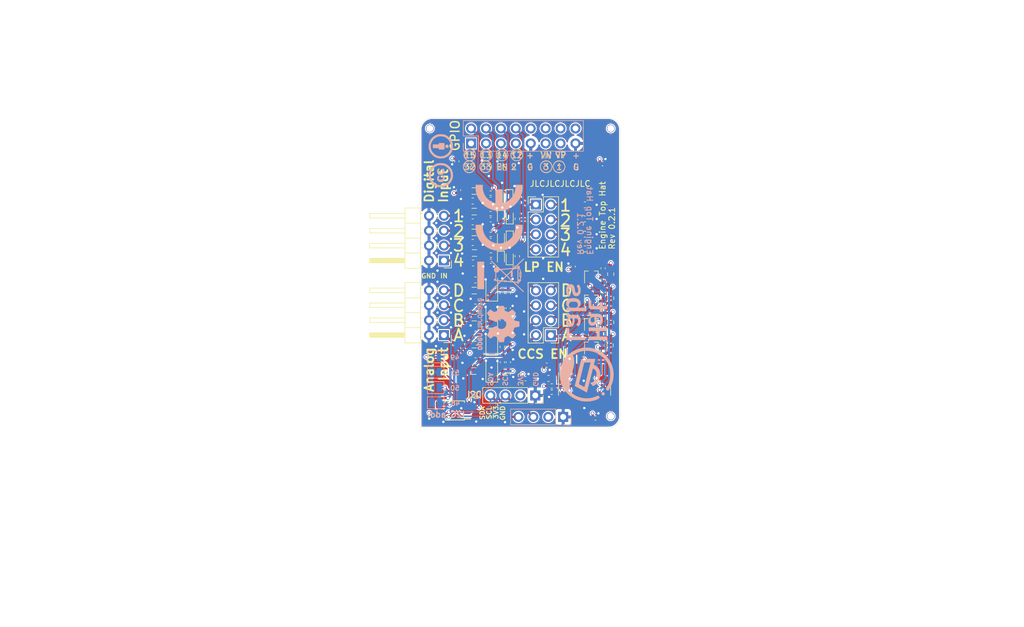
<source format=kicad_pcb>
(kicad_pcb (version 20211014) (generator pcbnew)
  (title_block (title "Engine Top Hat for SH-ESP32") (date "2021-09-13") (rev "0.2.1") (company "Hat Labs Ltd") (comment 1 "https://creativecommons.org/licenses/by-sa/4.0") (comment 2 "To view a copy of this license, visit ") (comment 3 "This design is licensed under CC BY-SA 4.0."))
  (layers (0 "F.Cu" signal) (1 "In1.Cu" power) (2 "In2.Cu" power) (31 "B.Cu" signal) (34 "B.Paste" user) (35 "F.Paste" user) (36 "B.SilkS" user "B.Silkscreen") (37 "F.SilkS" user "F.Silkscreen") (38 "B.Mask" user) (39 "F.Mask" user) (44 "Edge.Cuts" user))
  (net 0 "")
  (net 1 "GND")
  (net 2 "+3V3")
  (net 3 "Net-(C501-Pad1)")
  (net 4 "Net-(C502-Pad1)")
  (net 5 "/Digital input/In1")
  (net 6 "/Digital input/In2")
  (net 7 "/Digital input/In3")
  (net 8 "/Digital input/In4")
  (net 9 "/Digital input/InF1")
  (net 10 "/Digital input/InF2")
  (net 11 "/Digital input/InF3")
  (net 12 "/Digital input/InF4")
  (net 13 "Net-(C309-Pad1)")
  (net 14 "Net-(C310-Pad1)")
  (net 15 "Net-(C311-Pad1)")
  (net 16 "Net-(C312-Pad1)")
  (net 17 "Net-(C503-Pad1)")
  (net 18 "Net-(C504-Pad1)")
  (net 19 "/Analog input/Vin")
  (net 20 "/Analog input/InA")
  (net 21 "/Analog input/InB")
  (net 22 "/Analog input/InC")
  (net 23 "/Analog input/InD")
  (net 24 "/Analog input/InFA")
  (net 25 "/Analog input/InFB")
  (net 26 "/Analog input/InFC")
  (net 27 "/Analog input/InFD")
  (net 28 "/Analog input/ADC_A")
  (net 29 "/Analog input/ADC_B")
  (net 30 "/Analog input/ADC_C")
  (net 31 "/Analog input/ADC_D")
  (net 32 "/DI1")
  (net 33 "/DI2")
  (net 34 "/DI3")
  (net 35 "/DI4")
  (net 36 "/Analog input/SDA")
  (net 37 "/Analog input/SCL")
  (net 38 "/Analog input/IoutA")
  (net 39 "Net-(Q501-Pad2)")
  (net 40 "Net-(Q501-Pad1)")
  (net 41 "/Analog input/IoutB")
  (net 42 "Net-(Q502-Pad2)")
  (net 43 "Net-(Q502-Pad1)")
  (net 44 "/Analog input/IoutC")
  (net 45 "Net-(Q503-Pad2)")
  (net 46 "Net-(Q503-Pad1)")
  (net 47 "/Analog input/IoutD")
  (net 48 "Net-(Q504-Pad2)")
  (net 49 "Net-(Q504-Pad1)")
  (net 50 "/Analog input/ADDR")
  (footprint "Capacitor_SMD:C_0402_1005Metric" (layer "F.Cu") (at 132.2 64.4 90)
    (fp_text reference "C203" hide)
    (fp_text value "100nF" hide)
  )
  (footprint "Package_SO:SOIC-14_3.9x8.7mm_P1.27mm" (layer "F.Cu") (at 153.95 102.3 -90)
    (fp_text reference "U501" hide)
    (fp_text value "LMV324" hide)
  )
  (footprint "Connector_PinHeader_2.54mm:PinHeader_2x04_P2.54mm_Horizontal" (layer "F.Cu") (at 130 93.98 180)
    (fp_text reference "J502" hide)
    (fp_text value "Conn_02x04" hide)
  )
  (footprint "Capacitor_SMD:C_0402_1005Metric" (layer "F.Cu") (at 143.9 101.4 180)
    (fp_text reference "C202" hide)
    (fp_text value "100nF" hide)
  )
  (footprint "Capacitor_SMD:C_0402_1005Metric" (layer "F.Cu") (at 152 82.3 -90)
    (fp_text reference "C204" hide)
    (fp_text value "100nF" hide)
  )
  (footprint "Capacitor_SMD:C_0402_1005Metric" (layer "F.Cu") (at 132.5 69.3 -90)
    (fp_text reference "C207" hide)
    (fp_text value "100nF" hide)
  )
  (footprint "Capacitor_SMD:C_0402_1005Metric" (layer "F.Cu") (at 157.1 90.7 90)
    (fp_text reference "C502" hide)
    (fp_text value "100nF" hide)
  )
  (footprint "Capacitor_SMD:C_0402_1005Metric" (layer "F.Cu") (at 152.6 98 180)
    (fp_text reference "C505" hide)
    (fp_text value "100nF" hide)
  )
  (footprint "Capacitor_SMD:C_0603_1608Metric" (layer "F.Cu") (at 147.8 101.35 180)
    (fp_text reference "C506" hide)
    (fp_text value "68nF" hide)
  )
  (footprint "Package_TO_SOT_SMD:SOT-323_SC-70" (layer "F.Cu") (at 155.1 91.9 90)
    (fp_text reference "Q502" hide)
    (fp_text value "S9015" hide)
  )
  (footprint "Resistor_SMD:R_0402_1005Metric" (layer "F.Cu") (at 157.1 92.7 90)
    (fp_text reference "R502" hide)
    (fp_text value "1k" hide)
  )
  (footprint "Resistor_SMD:R_0603_1608Metric" (layer "F.Cu") (at 158.4 91.8 -90)
    (fp_text reference "R506" hide)
    (fp_text value "30" hide)
  )
  (footprint "Resistor_SMD:R_0402_1005Metric" (layer "F.Cu") (at 148.35 102.65)
    (fp_text reference "R509" hide)
    (fp_text value "1k" hide)
  )
  (footprint "Resistor_SMD:R_0402_1005Metric" (layer "F.Cu") (at 148.35 103.7 180)
    (fp_text reference "R510" hide)
    (fp_text value "10k" hide)
  )
  (footprint "Connector_PinSocket_2.54mm:PinSocket_1x04_P2.54mm_Vertical" (layer "F.Cu") (at 145.55 104.25 -90)
    (fp_text reference "J401" hide)
    (fp_text value "I2C_top" hide)
  )
  (footprint "Capacitor_SMD:C_0402_1005Metric" (layer "F.Cu") (at 157 64.8 180)
    (fp_text reference "C206" hide)
    (fp_text value "100nF" hide)
  )
  (footprint "Capacitor_SMD:C_0402_1005Metric" (layer "F.Cu") (at 155.8 108.1 180)
    (fp_text reference "C201" hide)
    (fp_text value "100nF" hide)
  )
  (footprint "Package_TO_SOT_SMD:SOT-323_SC-70" (layer "F.Cu") (at 155.1 95.9 90)
    (fp_text reference "Q501" hide)
    (fp_text value "S9015" hide)
  )
  (footprint "Resistor_SMD:R_0402_1005Metric" (layer "F.Cu") (at 139.95 100.6 -90)
    (fp_text reference "R511" hide)
    (fp_text value "51k" hide)
  )
  (footprint "Capacitor_SMD:C_0402_1005Metric" (layer "F.Cu") (at 157 94.8 90)
    (fp_text reference "C501" hide)
    (fp_text value "100nF" hide)
  )
  (footprint "Capacitor_SMD:C_0402_1005Metric" (layer "F.Cu") (at 140.95 98.6 90)
    (fp_text reference "C515" hide)
    (fp_text value "470nF" hide)
  )
  (footprint "Resistor_SMD:R_0402_1005Metric" (layer "F.Cu") (at 157 96.7 90)
    (fp_text reference "R501" hide)
    (fp_text value "1k" hide)
  )
  (footprint "Resistor_SMD:R_0603_1608Metric" (layer "F.Cu") (at 158.3 95.7 -90)
    (fp_text reference "R505" hide)
    (fp_text value "30" hide)
  )
  (footprint "Capacitor_SMD:C_0603_1608Metric" (layer "F.Cu") (at 134.9 71.15)
    (fp_text reference "C301" hide)
    (fp_text value "33pF/50V" hide)
  )
  (footprint "Capacitor_SMD:C_0603_1608Metric" (layer "F.Cu") (at 134.9 74.7)
    (fp_text reference "C302" hide)
    (fp_text value "33pF/50V" hide)
  )
  (footprint "Capacitor_SMD:C_0603_1608Metric" (layer "F.Cu") (at 134.9 78.2)
    (fp_text reference "C303" hide)
    (fp_text value "33pF/50V" hide)
  )
  (footprint "Capacitor_SMD:C_0603_1608Metric" (layer "F.Cu") (at 134.95 81.7)
    (fp_text reference "C304" hide)
    (fp_text value "33pF/50V" hide)
  )
  (footprint "Capacitor_SMD:C_0402_1005Metric" (layer "F.Cu") (at 137.95 70.85)
    (fp_text reference "C305" hide)
    (fp_text value "33pF" hide)
  )
  (footprint "Capacitor_SMD:C_0402_1005Metric" (layer "F.Cu") (at 137.95 74.35)
    (fp_text reference "C306" hide)
    (fp_text value "33pF" hide)
  )
  (footprint "Capacitor_SMD:C_0402_1005Metric" (layer "F.Cu") (at 137.95 77.9)
    (fp_text reference "C307" hide)
    (fp_text value "33pF" hide)
  )
  (footprint "Capacitor_SMD:C_0402_1005Metric" (layer "F.Cu") (at 137.98 81.4)
    (fp_text reference "C308" hide)
    (fp_text value "33pF" hide)
  )
  (footprint "Capacitor_SMD:C_0603_1608Metric" (layer "F.Cu") (at 154 79.3)
    (fp_text reference "C309" hide)
    (fp_text value "680pF" hide)
  )
  (footprint "Capacitor_SMD:C_0603_1608Metric" (layer "F.Cu") (at 154 76.8)
    (fp_text reference "C310" hide)
    (fp_text value "680pF" hide)
  )
  (footprint "Capacitor_SMD:C_0603_1608Metric" (layer "F.Cu") (at 154 74.2)
    (fp_text reference "C311" hide)
    (fp_text value "680pF" hide)
  )
  (footprint "Capacitor_SMD:C_0603_1608Metric" (layer "F.Cu") (at 154 71.8)
    (fp_text reference "C312" hide)
    (fp_text value "680pF" hide)
  )
  (footprint "Capacitor_SMD:C_0402_1005Metric" (layer "F.Cu") (at 157.1 86.7 90)
    (fp_text reference "C503" hide)
    (fp_text value "100nF" hide)
  )
  (footprint "Capacitor_SMD:C_0402_1005Metric" (layer "F.Cu") (at 157.1 82.6 90)
    (fp_text reference "C504" hide)
    (fp_text value "100nF" hide)
  )
  (footprint "Capacitor_SMD:C_0603_1608Metric" (layer "F.Cu") (at 135.375 98.35)
    (fp_text reference "C507" hide)
    (fp_text value "1uF" hide)
  )
  (footprint "Capacitor_SMD:C_0603_1608Metric" (layer "F.Cu") (at 135.35 93.8)
    (fp_text reference "C508" hide)
    (fp_text value "1uF" hide)
  )
  (footprint "Capacitor_SMD:C_0603_1608Metric" (layer "F.Cu") (at 135.35 89.2)
    (fp_text reference "C509" hide)
    (fp_text value "1uF" hide)
  )
  (footprint "Capacitor_SMD:C_0603_1608Metric" (layer "F.Cu") (at 135.35 84.6)
    (fp_text reference "C510" hide)
    (fp_text value "1uF" hide)
  )
  (footprint "Capacitor_SMD:C_0402_1005Metric" (layer "F.Cu") (at 139.95 98.6 90)
    (fp_text reference "C511" hide)
    (fp_text value "1uF" hide)
  )
  (footprint "Capacitor_SMD:C_0402_1005Metric" (layer "F.Cu") (at 139.95 94 90)
    (fp_text reference "C512" hide)
    (fp_text value "1uF" hide)
  )
  (footprint "Capacitor_SMD:C_0402_1005Metric" (layer "F.Cu") (at 139.95 89.4 90)
    (fp_text reference "C513" hide)
    (fp_text value "1uF" hide)
  )
  (footprint "Capacitor_SMD:C_0402_1005Metric" (layer "F.Cu") (at 139.95 84.8 90)
    (fp_text reference "C514" hide)
    (fp_text value "1uF" hide)
  )
  (footprint "Capacitor_SMD:C_0402_1005Metric" (layer "F.Cu") (at 140.95 94 90)
    (fp_text reference "C516" hide)
    (fp_text value "470nF" hide)
  )
  (footprint "Capacitor_SMD:C_0402_1005Metric" (layer "F.Cu") (at 140.95 89.4 90)
    (fp_text reference "C517" hide)
    (fp_text value "470nF" hide)
  )
  (footprint "Capacitor_SMD:C_0402_1005Metric" (layer "F.Cu") (at 140.95 84.8 90)
    (fp_text reference "C518" hide)
    (fp_text value "470nF" hide)
  )
  (footprint "Capacitor_SMD:C_0402_1005Metric" (layer "F.Cu") (at 128.3 107.7 -90)
    (fp_text reference "C519" hide)
    (fp_text value "100nF" hide)
  )
  (footprint "Diode_SMD:D_SOD-123F" (layer "F.Cu") (at 138.15 99.8 90)
    (fp_text reference "D501" hide)
    (fp_text value "SMF33A" hide)
  )
  (footprint "Diode_SMD:D_SOD-123F" (layer "F.Cu") (at 138.15 95.2 90)
    (fp_text reference "D502" hide)
    (fp_text value "SMF33A" hide)
  )
  (footprint "Diode_SMD:D_SOD-123F" (layer "F.Cu") (at 138.15 90.6 90)
    (fp_text reference "D503" hide)
    (fp_text value "SMF33A" hide)
  )
  (footprint "Diode_SMD:D_SOD-123F" (layer "F.Cu") (at 138.15 86 90)
    (fp_text reference "D504" hide)
    (fp_text value "SMF33A" hide)
  )
  (footprint "Inductor_SMD:L_0805_2012Metric" (layer "F.Cu") (at 135.15 69.45 180)
    (fp_text reference "FB301" hide)
    (fp_text value "GZ2012D101TF" hide)
  )
  (footprint "Inductor_SMD:L_0805_2012Metric" (layer "F.Cu") (at 135.15 72.95 180)
    (fp_text reference "FB302" hide)
    (fp_text value "GZ2012D101TF" hide)
  )
  (footprint "Inductor_SMD:L_0805_2012Metric" (layer "F.Cu") (at 135.15 76.5 180)
    (fp_text reference "FB303" hide)
    (fp_text value "GZ2012D101TF" hide)
  )
  (footprint "Inductor_SMD:L_0805_2012Metric" (layer "F.Cu") (at 135.2 80 180)
    (fp_text reference "FB304" hide)
    (fp_text value "GZ2012D101TF" hide)
  )
  (footprint "Inductor_SMD:L_0805_2012Metric" (layer "F.Cu") (at 135.0875 100.1 180)
    (fp_text reference "FB501" hide)
    (fp_text value "GZ2012D601TF" hide)
  )
  (footprint "Inductor_SMD:L_0805_2012Metric" (layer "F.Cu") (at 135.15 95.6 180)
    (fp_text reference "FB502" hide)
    (fp_text value "GZ2012D601TF" hide)
  )
  (footprint "Inductor_SMD:L_0805_2012Metric" (layer "F.Cu") (at 135.15 91 180)
    (fp_text reference "FB503" hide)
    (fp_text value "GZ2012D601TF" hide)
  )
  (footprint "Inductor_SMD:L_0805_2012Metric" (layer "F.Cu") (at 135.15 86.4 180)
    (fp_text reference "FB504" hide)
    (fp_text value "GZ2012D601TF" hide)
  )
  (footprint "Connector_PinHeader_2.54mm:PinHeader_2x04_P2.54mm_Horizontal" (layer "F.Cu") (at 130 81.28 180)
    (fp_text reference "J301" hide)
    (fp_text value "Conn_02x04_Odd_Even" hide)
  )
  (footprint "Package_TO_SOT_SMD:SOT-323_SC-70" (layer "F.Cu") (at 155.1 87.9 90)
    (fp_text reference "Q503" hide)
    (fp_text value "S9015" hide)
  )
  (footprint "Package_TO_SOT_SMD:SOT-323_SC-70" (layer "F.Cu") (at 155.1 83.8 90)
    (fp_text reference "Q504" hide)
    (fp_text value "S9015" hide)
  )
  (footprint "Resistor_SMD:R_0402_1005Metric" (layer "F.Cu") (at 137.95 69.8 180)
    (fp_text reference "R301" hide)
    (fp_text value "100k" hide)
  )
  (footprint "Resistor_SMD:R_0402_1005Metric" (layer "F.Cu") (at 137.95 73.3 180)
    (fp_text reference "R302" hide)
    (fp_text value "100k" hide)
  )
  (footprint "Resistor_SMD:R_0402_1005Metric" (layer "F.Cu") (at 137.95 76.85 180)
    (fp_text reference "R303" hide)
    (fp_text value "100k" hide)
  )
  (footprint "Resistor_SMD:R_0402_1005Metric" (layer "F.Cu") (at 138 80.35 180)
    (fp_text reference "R304" hide)
    (fp_text value "100k" hide)
  )
  (footprint "Resistor_SMD:R_0402_1005Metric" (layer "F.Cu") (at 157.1 88.7 90)
    (fp_text reference "R503" hide)
    (fp_text value "1k" hide)
  )
  (footprint "Resistor_SMD:R_0402_1005Metric" (layer "F.Cu") (at 157.1 84.6 90)
    (fp_text reference "R504" hide)
    (fp_text value "1k" hide)
  )
  (footprint "Resistor_SMD:R_0603_1608Metric" (layer "F.Cu") (at 158.4 87.7 -90)
    (fp_text reference "R507" hide)
    (fp_text value "30" hide)
  )
  (footprint "Resistor_SMD:R_0603_1608Metric" (layer "F.Cu") (at 158.4 83.6 -90)
    (fp_text reference "R508" hide)
    (fp_text value "30" hide)
  )
  (footprint "Resistor_SMD:R_0402_1005Metric" (layer "F.Cu") (at 140.95 100.6 90)
    (fp_text reference "R512" hide)
    (fp_text value "3.9k" hide)
  )
  (footprint "Resistor_SMD:R_0402_1005Metric" (layer "F.Cu") (at 139.95 96 -90)
    (fp_text reference "R513" hide)
    (fp_text value "51k" hide)
  )
  (footprint "Resistor_SMD:R_0402_1005Metric" (layer "F.Cu") (at 140.95 96 90)
    (fp_text reference "R514" hide)
    (fp_text value "3.9k" hide)
  )
  (footprint "Resistor_SMD:R_0402_1005Metric" (layer "F.Cu") (at 139.95 91.4 -90)
    (fp_text reference "R515" hide)
    (fp_text value "51k" hide)
  )
  (footprint "Resistor_SMD:R_0402_1005Metric" (layer "F.Cu") (at 140.95 91.4 90)
    (fp_text reference "R516" hide)
    (fp_text value "3.9k" hide)
  )
  (footprint "Resistor_SMD:R_0402_1005Metric" (layer "F.Cu") (at 139.95 86.8 -90)
    (fp_text reference "R517" hide)
    (fp_text value "51k" hide)
  )
  (footprint "Resistor_SMD:R_0402_1005Metric" (layer "F.Cu") (at 140.95 86.8 90)
    (fp_text reference "R518" hide)
    (fp_text value "3.9k" hide)
  )
  (footprint "Package_SO:TSSOP-10_3x3mm_P0.5mm" (layer "F.Cu") (at 131.85 106.8 180)
    (fp_text reference "U502" hide)
    (fp_text value "ADS1115IDGS" hide)
  )
  (footprint "Diode_SMD:D_SOD-523" (layer "F.Cu") (at 139.65 70.35 90)
    (fp_text reference "D301" hide)
    (fp_text value "MSK4005" hide)
  )
  (footprint "Diode_SMD:D_SOD-523" (layer "F.Cu") (at 141.15 70.35 -90)
    (fp_text reference "D302" hide)
    (fp_text value "MSK4005" hide)
  )
  (footprint "Diode_SMD:D_SOD-523" (layer "F.Cu") (at 139.7 73.9 -90)
    (fp_text reference "D303" hide)
    (fp_text value "MSK4005" hide)
  )
  (footprint "Diode_SMD:D_SOD-523" (layer "F.Cu") (at 141.2 73.9 90)
    (fp_text reference "D304" hide)
    (fp_text value "MSK4005" hide)
  )
  (footprint "Diode_SMD:D_SOD-523" (layer "F.Cu") (at 139.7 77.4 90)
    (fp_text reference "D305" hide)
    (fp_text value "MSK4005" hide)
  )
  (footprint "Diode_SMD:D_SOD-523" (layer "F.Cu") (at 141.2 77.4 -90)
    (fp_text reference "D306" hide)
    (fp_text value "MSK4005" hide)
  )
  (footprint "Diode_SMD:D_SOD-523" (layer "F.Cu") (at 139.7 80.85 -90)
    (fp_text reference "D307" hide)
    (fp_text value "MSK4005" hide)
  )
  (footprint "Diode_SMD:D_SOD-523" (layer "F.Cu") (at 141.2 80.85 90)
    (fp_text reference "D308" hide)
    (fp_text value "MSK4005" hide)
  )
  (footprint "Connector_PinHeader_2.54mm:PinHeader_2x04_P2.54mm_Vertical" (layer "F.Cu") (at 145.65 71.75)
    (fp_text reference "J302" hide)
    (fp_text value "Conn_02x04_Odd_Even" hide)
  )
  (footprint "Connector_PinHeader_2.54mm:PinHeader_2x04_P2.54mm_Vertical" (layer "F.Cu") (at 148.2 94 180)
    (fp_text reference "J501" hide)
    (fp_text value "Conn_02x04_Odd_Even" hide)
  )
  (footprint "Resistor_SMD:R_0402_1005Metric" (layer "F.Cu") (at 142.45 70.65 -90)
    (fp_text reference "R305" hide)
    (fp_text value "1M" hide)
  )
  (footprint "Resistor_SMD:R_0402_1005Metric" (layer "F.Cu") (at 142.5 74.2 90)
    (fp_text reference "R306" hide)
    (fp_text value "1M" hide)
  )
  (footprint "Resistor_SMD:R_0402_1005Metric" (layer "F.Cu") (at 142.5 77.1 -90)
    (fp_text reference "R307" hide)
    (fp_text value "1M" hide)
  )
  (footprint "Resistor_SMD:R_0402_1005Metric" (layer "F.Cu") (at 142.5 80.55 90)
    (fp_text reference "R308" hide)
    (fp_text value "1M" hide)
  )
  (footprint "Capacitor_SMD:C_0402_1005Metric" (layer "F.Cu") (at 147.5 99.1 180)
    (fp_text reference "C205" hide)
    (fp_text value "100nF" hide)
  )
  (footprint "SH-ESP32-tank-hat:JlcpcbToolingHole" (layer "F.Cu") (at 127.6 58.8)
    (fp_text reference "H201" hide)
    (fp_text value "Tooling hole" hide)
  )
  (footprint "SH-ESP32-tank-hat:JlcpcbToolingHole" (layer "F.Cu") (at 158.4 58.8)
    (fp_text reference "H202" hide)
    (fp_text value "Tooling hole" hide)
  )
  (footprint "SH-ESP32-tank-hat:JlcpcbToolingHole" (layer "F.Cu") (at 158.4 107.8)
    (fp_text reference "H203" hide)
    (fp_text value "Tooling hole" hide)
  )
  (footprint "Connector_PinHeader_2.54mm:PinHeader_1x04_P2.54mm_Vertical" (layer "B.Cu") (at 150.3 107.91 90)
    (fp_text reference "J402" hide)
    (fp_text value "I2C_bottom" hide)
  )
  (footprint "Symbol:OSHW-Logo2_9.8x8mm_SilkScreen" (layer "B.Cu") (at 139.15 92.1 90)
    (fp_text reference "REF**" hide)
    (fp_text value "OSHW-Logo2_9.8x8mm_SilkScreen" hide)
  )
  (footprint "Connector_PinSocket_2.54mm:PinSocket_2x08_P2.54mm_Vertical" (layer "B.Cu") (at 134.62 61.34 -90)
    (fp_text reference "J403" hide)
    (fp_text value "GPIO subset" hide)
  )
  (footprint "SH-ESP32-tank-hat:Hat_Labs_20mm" (layer "B.Cu") (at 154.3 95.3 90)
    (fp_text reference "G***" hide)
    (fp_text value "LOGO" hide)
  )
  (footprint "Jumper:SolderJumper-2_P1.3mm_Open_Pad1.0x1.5mm" (layer "B.Cu") (at 128.6 102.9)
    (fp_text reference "JP503" hide)
    (fp_text value "Open" hide)
  )
  (footprint "Jumper:SolderJumper-2_P1.3mm_Open_Pad1.0x1.5mm" (layer "B.Cu") (at 128.6 97.7)
    (fp_text reference "JP501" hide)
    (fp_text value "Open" hide)
  )
  (footprint "Jumper:SolderJumper-2_P1.3mm_Bridged_Pad1.0x1.5mm" (layer "B.Cu") (at 128.6 100.3)
    (fp_text reference "JP502" hide)
    (fp_text value "Bridged" hide)
  )
  (footprint "Jumper:SolderJumper-2_P1.3mm_Open_Pad1.0x1.5mm" (layer "B.Cu") (at 128.6 105.5)
    (fp_text reference "JP504" hide)
    (fp_text value "Open" hide)
  )
  (footprint "SH-ESP32-tank-hat:cc-by_5mm" (layer "B.Cu") (at 129.4 64.3 90)
    (fp_text reference "G***" hide)
    (fp_text value "LOGO" hide)
  )
  (footprint "Symbol:CE-Logo_11.2x8mm_SilkScreen" (layer "B.Cu") (at 139.4 74 90)
    (fp_text reference "REF**" hide)
    (fp_text value "CE-Logo_11.2x8mm_SilkScreen" hide)
  )
  (footprint "Symbol:WEEE-Logo_5.6x8mm_SilkScreen" (layer "B.Cu") (at 139.7 83.8 90)
    (fp_text reference "REF**" hide)
    (fp_text value "WEEE-Logo_5.6x8mm_SilkScreen" hide)
  )
  (gr_circle (center 147.4 65.35) (end 148.4 65.35) (layer "B.SilkS") (width 0.12) (fill none))
  (gr_circle (center 149.6 65.35) (end 150.6 65.35) (layer "B.SilkS") (width 0.12) (fill none))
  (gr_circle (center 137.1 65.35) (end 138.1 65.35) (layer "B.SilkS") (width 0.12) (fill none))
  (gr_circle (center 134.3 65.35) (end 135.3 65.35) (layer "B.SilkS") (width 0.12) (fill none))
  (gr_circle (center 134.4 63.3) (end 135.4 63.3) (layer "B.SilkS") (width 0.12) (fill none))
  (gr_circle (center 137.2 63.3) (end 138.2 63.3) (layer "B.SilkS") (width 0.12) (fill none))
  (gr_circle (center 139.9 63.3) (end 140.9 63.3) (layer "B.SilkS") (width 0.12) (fill none))
  (gr_circle (center 142.4 63.3) (end 143.4 63.3) (layer "B.SilkS") (width 0.12) (fill none))
  (gr_circle (center 149.6 65.3) (end 150.6 65.3) (layer "F.SilkS") (width 0.12) (fill none))
  (gr_circle (center 147.4 65.3) (end 148.4 65.3) (layer "F.SilkS") (width 0.12) (fill none))
  (gr_circle (center 137.1 65.3) (end 138.1 65.3) (layer "F.SilkS") (width 0.12) (fill none))
  (gr_circle (center 134.3 65.3) (end 135.3 65.3) (layer "F.SilkS") (width 0.12) (fill none))
  (gr_circle (center 134.4 63.3) (end 135.4 63.3) (layer "F.SilkS") (width 0.12) (fill none))
  (gr_circle (center 142.4 63.3) (end 143.4 63.3) (layer "F.SilkS") (width 0.12) (fill none))
  (gr_circle (center 139.9 63.3) (end 140.9 63.3) (layer "F.SilkS") (width 0.12) (fill none))
  (gr_circle (center 137.2 63.3) (end 138.2 63.3) (layer "F.SilkS") (width 0.12) (fill none))
  (gr_line (start 158 57) (end 143 57) (layer "Edge.Cuts") (width 0.05))
  (gr_line (start 126 109.75) (end 158 109.75) (layer "Edge.Cuts") (width 0.05))
  (gr_arc (start 160 107.75) (mid 159.414214 109.164214) (end 158 109.75) (layer "Edge.Cuts") (width 0.05))
  (gr_line (start 126 109.75) (end 126 59) (layer "Edge.Cuts") (width 0.05))
  (gr_line (start 160 107.75) (end 160 74) (layer "Edge.Cuts") (width 0.05))
  (gr_arc (start 158 57) (mid 159.414214 57.585786) (end 160 59) (layer "Edge.Cuts") (width 0.05))
  (gr_line (start 128 57) (end 143 57) (layer "Edge.Cuts") (width 0.05))
  (gr_line (start 160 74) (end 160 59) (layer "Edge.Cuts") (width 0.05))
  (gr_arc (start 126 59) (mid 126.585786 57.585786) (end 128 57) (layer "Edge.Cuts") (width 0.05))
  (gr_text "+" (at 152.5 63.4) (layer "B.SilkS") (effects (font (size 1 1) (thickness 0.16)) (justify mirror)))
  (gr_text "G" (at 152.5 65.35) (layer "B.SilkS") (effects (font (size 1 1) (thickness 0.16)) (justify mirror)))
  (gr_text "G" (at 144.7 65.45) (layer "B.SilkS") (effects (font (size 1 1) (thickness 0.16)) (justify mirror)))
  (gr_text "+" (at 144.7 63.4) (layer "B.SilkS") (effects (font (size 1 1) (thickness 0.16)) (justify mirror)))
  (gr_text "13" (at 137.2 63.35) (layer "B.SilkS") (effects (font (size 1 1) (thickness 0.16)) (justify mirror)))
  (gr_text "12" (at 142.4 63.35) (layer "B.SilkS") (effects (font (size 1 1) (thickness 0.16)) (justify mirror)))
  (gr_text "14" (at 139.9 63.35) (layer "B.SilkS") (effects (font (size 1 1) (thickness 0.16)) (justify mirror)))
  (gr_text "33" (at 137.1 65.35) (layer "B.SilkS") (effects (font (size 1 1) (thickness 0.16)) (justify mirror)))
  (gr_text "32" (at 134.3 65.35) (layer "B.SilkS") (effects (font (size 1 1) (thickness 0.16)) (justify mirror)))
  (gr_text "VN" (at 147.4 63.45) (layer "B.SilkS") (effects (font (size 1 1) (thickness 0.16)) (justify mirror)))
  (gr_text "VP" (at 149.8 63.35) (layer "B.SilkS") (effects (font (size 1 1) (thickness 0.16)) (justify mirror)))
  (gr_text "EN" (at 139.9 65.45) (layer "B.SilkS") (effects (font (size 1 1) (thickness 0.16)) (justify mirror)))
  (gr_text "15" (at 134.3 63.35) (layer "B.SilkS") (effects (font (size 1 1) (thickness 0.16)) (justify mirror)))
  (gr_text "2" (at 141.9 65.35) (layer "B.SilkS") (effects (font (size 1 1) (thickness 0.16)) (justify mirror)))
  (gr_text "3" (at 147.3 65.35) (layer "B.SilkS") (effects (font (size 1 1) (thickness 0.16)) (justify mirror)))
  (gr_text "1" (at 149.6 65.35) (layer "B.SilkS") (effects (font (size 1 1) (thickness 0.16)) (justify mirror)))
  (gr_text "I2C" (at 135.2 104.3) (layer "B.SilkS") (effects (font (size 1 1) (thickness 0.2)) (justify mirror)))
  (gr_text "GND" (at 145.6 101.5 270) (layer "B.SilkS") (effects (font (size 0.8 0.8) (thickness 0.16)) (justify mirror)))
  (gr_text "3V3" (at 143 101.5 270) (layer "B.SilkS") (effects (font (size 0.8 0.8) (thickness 0.16)) (justify mirror)))
  (gr_text "SDA" (at 137.9 101.5 270) (layer "B.SilkS") (effects (font (size 0.8 0.8) (thickness 0.16)) (justify mirror)))
  (gr_text "SCL" (at 140.4 101.5 270) (layer "B.SilkS") (effects (font (size 0.8 0.8) (thickness 0.16)) (justify mirror)))
  (gr_text "49" (at 131 97.8) (layer "B.SilkS") (effects (font (size 0.8 0.8) (thickness 0.16)) (justify right mirror)))
  (gr_text "51" (at 131 100.4) (layer "B.SilkS") (effects (font (size 0.8 0.8) (thickness 0.16)) (justify right mirror)))
  (gr_text "48" (at 131.1 105.6) (layer "B.SilkS") (effects (font (size 0.8 0.8) (thickness 0.16)) (justify right mirror)))
  (gr_text "I2C addr" (at 130.3 107.5) (layer "B.SilkS") (effects (font (size 1 1) (thickness 0.2)) (justify mirror)))
  (gr_text "50" (at 131 103) (layer "B.SilkS") (effects (font (size 0.8 0.8) (thickness 0.16)) (justify right mirror)))
  (gr_text "Engine Top Hat\nRev 0.2.1" (at 154 80.4 -90) (layer "B.SilkS") (effects (font (size 1 1) (thickness 0.16)) (justify left mirror)))
  (gr_text "SCL" (at 137.7 107.2 90) (layer "F.SilkS") (effects (font (size 0.8 0.8) (thickness 0.16))))
  (gr_text "SDA" (at 136.55 107.25 90) (layer "F.SilkS") (effects (font (size 0.8 0.8) (thickness 0.16))))
  (gr_text "3V3" (at 138.85 107.15 90) (layer "F.SilkS") (effects (font (size 0.8 0.8) (thickness 0.16))))
  (gr_text "GND" (at 140 107.25 90) (layer "F.SilkS") (effects (font (size 0.8 0.8) (thickness 0.16))))
  (gr_text "B" (at 132.5 91.5) (layer "F.SilkS") (effects (font (size 2 2) (thickness 0.3))))
  (gr_text "GPIO" (at 131.9 60 90) (layer "F.SilkS") (effects (font (size 1.5 1.5) (thickness 0.24))))
  (gr_text "+" (at 152.5 63.4) (layer "F.SilkS") (effects (font (size 1 1) (thickness 0.16))))
  (gr_text "+" (at 144.65 63.35) (layer "F.SilkS") (effects (font (size 1 1) (thickness 0.16))))
  (gr_text "G" (at 152.5 65.4) (layer "F.SilkS") (effects (font (size 1 1) (thickness 0.16))))
  (gr_text "G" (at 144.65 65.35) (layer "F.SilkS") (effects (font (size 1 1) (thickness 0.16))))
  (gr_text "3" (at 147.4 65.35) (layer "F.SilkS") (effects (font (size 1 1) (thickness 0.16))))
  (gr_text "1" (at 149.65 65.35) (layer "F.SilkS") (effects (font (size 1 1) (thickness 0.16))))
  (gr_text "2" (at 141.9 65.35) (layer "F.SilkS") (effects (font (size 1 1) (thickness 0.16))))
  (gr_text "15" (at 134.4 63.35) (layer "F.SilkS") (effects (font (size 1 1) (thickness 0.16))))
  (gr_text "EN" (at 139.9 65.35) (layer "F.SilkS") (effects (font (size 1 1) (thickness 0.16))))
  (gr_text "VP" (at 149.9 63.35) (layer "F.SilkS") (effects (font (size 1 1) (thickness 0.16))))
  (gr_text "VN" (at 147.4 63.35) (layer "F.SilkS") (effects (font (size 1 1) (thickness 0.16))))
  (gr_text "32" (at 134.4 65.35) (layer "F.SilkS") (effects (font (size 1 1) (thickness 0.16))))
  (gr_text "33" (at 137.15 65.35) (layer "F.SilkS") (effects (font (size 1 1) (thickness 0.16))))
  (gr_text "14" (at 139.9 63.35) (layer "F.SilkS") (effects (font (size 1 1) (thickness 0.16))))
  (gr_text "12" (at 142.4 63.35) (layer "F.SilkS") (effects (font (size 1 1) (thickness 0.16))))
  (gr_text "13" (at 137.15 63.35) (layer "F.SilkS") (effects (font (size 1 1) (thickness 0.16))))
  (gr_text "GND" (at 127.4 83.9) (layer "F.SilkS") (effects (font (size 0.8 0.8) (thickness 0.16))))
  (gr_text "Engine Top Hat\nRev 0.2.1" (at 157.8 79.5 90) (layer "F.SilkS") (effects (font (size 1 1) (thickness 0.16)) (justify left)))
  (gr_text "C" (at 132.5 89) (layer "F.SilkS") (effects (font (size 2 2) (thickness 0.3))))
  (gr_text "D" (at 132.5 86.4) (layer "F.SilkS") (effects (font (size 2 2) (thickness 0.3))))
  (gr_text "IN" (at 130 83.9) (layer "F.SilkS") (effects (font (size 0.8 0.8) (thickness 0.16))))
  (gr_text "1" (at 132.5 73.7) (layer "F.SilkS") (effects (font (size 2 2) (thickness 0.3))))
  (gr_text "Analog\nInput" (at 128.7 95.9 90) (layer "F.SilkS") (effects (font (size 1.5 1.5) (thickness 0.3)) (justify right)))
  (gr_text "I2C" (at 135.2 104.1) (layer "F.SilkS") (effects (font (size 1 1) (thickness 0.2))))
  (gr_text "B" (at 150.9 91.5) (layer "F.SilkS") (effects (font (size 2 2) (thickness 0.3))))
  (gr_text "A" (at 150.9 94) (layer "F.SilkS") (effects (font (size 2 2) (thickness 0.3))))
  (gr_text "C" (at 150.9 89) (layer "F.SilkS") (effects (font (size 2 2) (thickness 0.3))))
  (gr_text "D" (at 150.9 86.4) (layer "F.SilkS") (effects (font (size 2 2) (thickness 0.3))))
  (gr_text "1" (at 150.7 71.9) (layer "F.SilkS") (effects (font (size 2 2) (thickness 0.3))))
  (gr_text "3" (at 150.7 76.9) (layer "F.SilkS") (effects (font (size 2 2) (thickness 0.3))))
  (gr_text "4" (at 150.7 79.5) (layer "F.SilkS") (effects (font (size 2 2) (thickness 0.3))))
  (gr_text "2" (at 150.7 74.5) (layer "F.SilkS") (effects (font (size 2 2) (thickness 0.3))))
  (gr_text "3" (at 132.5 78.7) (layer "F.SilkS") (effects (font (size 2 2) (thickness 0.3))))
  (gr_text "4" (at 132.5 81.3) (layer "F.SilkS") (effects (font (size 2 2) (thickness 0.3))))
  (gr_text "LP EN" (at 147 82.4) (layer "F.SilkS") (effects (font (size 1.5 1.5) (thickness 0.3))))
  (gr_text "A" (at 132.5 94) (layer "F.SilkS") (effects (font (size 2 2) (thickness 0.3))))
  (gr_text "CCS EN" (at 146.8 97.2) (layer "F.SilkS") (effects (font (size 1.5 1.5) (thickness 0.3))))
  (gr_text "Digital\nInput" (at 128.7 71.6 90) (layer "F.SilkS") (effects (font (size 1.5 1.5) (thickness 0.3)) (justify left)))
  (gr_text "JLCJLCJLCJLC" (at 149.8 68.2) (layer "F.SilkS") (effects (font (size 1 1) (thickness 0.16))))
  (gr_text "2" (at 132.5 76.3) (layer "F.SilkS") (effects (font (size 2 2) (thickness 0.3))))
  (via (at 134.4 97) (size 0.6) (drill 0.4) (layers "F.Cu" "B.Cu") (net 0))
  (segment (start 147.98 99.1) (end 147.98 99.88) (width 0.4) (layer "F.Cu") (net 1))
  (segment (start 136.25 71.15) (end 136.6 71.5) (width 0.4) (layer "F.Cu") (net 1))
  (segment (start 139.38 88.92) (end 139.1 89.2) (width 0.4) (layer "F.Cu") (net 1))
  (segment (start 137.2 84.6) (end 137.1 84.5) (width 0.4) (layer "F.Cu") (net 1))
  (segment (start 136.125 84.6) (end 137 84.6) (width 0.4) (layer "F.Cu") (net 1))
  (segment (start 141.62 88.92) (end 141.7 89) (width 0.4) (layer "F.Cu") (net 1))
  (segment (start 139.95 84.32) (end 139.94701 84.32) (width 0.4) (layer "F.Cu") (net 1))
  (segment (start 136.125 89.2) (end 137.1 89.2) (width 0.4) (layer "F.Cu") (net 1))
  (segment (start 138.15 84.6) (end 137.2 84.6) (width 0.4) (layer "F.Cu") (net 1))
  (segment (start 139.932536 84.32701) (end 139.94 84.32701) (width 0.4) (layer "F.Cu") (net 1))
  (segment (start 154.775 76.8) (end 156 76.8) (width 0.4) (layer "F.Cu") (net 1))
  (segment (start 141.2 78.1) (end 141.2 79.1) (width 0.4) (layer "F.Cu") (net 1))
  (segment (start 138.43 71.662501) (end 138.378982 71.713519) (width 0.4) (layer "F.Cu") (net 1))
  (segment (start 144.38 101.4) (end 144.38 100.62) (width 0.4) (layer "F.Cu") (net 1))
  (segment (start 127.52 108.18) (end 127.5 108.2) (width 0.4) (layer "F.Cu") (net 1))
  (segment (start 136.1 81.7) (end 136.7 82.3) (width 0.4) (layer "F.Cu") (net 1))
  (segment (start 138.43 70.85) (end 138.43 71.662501) (width 0.4) (layer "F.Cu") (net 1))
  (segment (start 140.95 88.92) (end 141.62 88.92) (width 0.4) (layer "F.Cu") (net 1))
  (segment (start 140.95 88.92) (end 139.95 88.92) (width 0.4) (layer "F.Cu") (net 1))
  (segment (start 134 106.8) (end 133.320804 106.8) (width 0.25) (layer "F.Cu") (net 1))
  (segment (start 141.2 72.22701) (end 141.32701 72.1) (width 0.4) (layer "F.Cu") (net 1))
  (segment (start 141.15 71.05) (end 141.15 71.92299) (width 0.4) (layer "F.Cu") (net 1))
  (segment (start 138.15 93.8) (end 139.1 93.8) (width 0.4) (layer "F.Cu") (net 1))
  (segment (start 141.784011 98.12) (end 141.8 98.104011) (width 0.4) (layer "F.Cu") (net 1))
  (segment (start 135.675 78.2) (end 136.2 78.2) (width 0.4) (layer "F.Cu") (net 1))
  (segment (start 140.95 84.32) (end 139.95 84.32) (width 0.4) (layer "F.Cu") (net 1))
  (segment (start 144.38 100.62) (end 144.4 100.6) (width 0.4) (layer "F.Cu") (net 1))
  (segment (start 138.15 98.4) (end 138.15 99.45) (width 0.4) (layer "F.Cu") (net 1))
  (segment (start 155.9 79.3) (end 156 79.2) (width 0.4) (layer "F.Cu") (net 1))
  (segment (start 141.2 73.2) (end 141.2 72.22701) (width 0.4) (layer "F.Cu") (net 1))
  (segment (start 137.15 98.35) (end 138.1 98.35) (width 0.4) (layer "F.Cu") (net 1))
  (segment (start 139.95 93.52) (end 139.38 93.52) (width 0.4) (layer "F.Cu") (net 1))
  (segment (start 156.28 108.1) (end 156.28 107.32) (width 0.4) (layer "F.Cu") (net 1))
  (segment (start 137 84.6) (end 137.1 84.5) (width 0.4) (layer "F.Cu") (net 1))
  (segment (start 138.15 93.8) (end 137.1 93.8) (width 0.4) (layer "F.Cu") (net 1))
  (segment (start 135.675 74.7) (end 136.2 74.7) (width 0.4) (layer "F.Cu") (net 1))
  (segment (start 139.95 98.12) (end 140.95 98.12) (width 0.4) (layer "F.Cu") (net 1))
  (segment (start 132.2 64.88) (end 131.42 64.88) (width 0.4) (layer "F.Cu") (net 1))
  (segment (start 140.95 93.52) (end 139.95 93.52) (width 0.4) (layer "F.Cu") (net 1))
  (segment (start 138.15 84.6) (end 138.677011 85.127011) (width 0.4) (layer "F.Cu") (net 1))
  (segment (start 139.1 98.4) (end 139.67 98.4) (width 0.4) (layer "F.Cu") (net 1))
  (segment (start 138.15 89.2) (end 137.1 89.2) (width 0.4) (layer "F.Cu") (net 1))
  (segment (start 147.84 104.44) (end 147.9 104.5) (width 0.4) (layer "F.Cu") (net 1))
  (segment (start 138.15 99.45) (end 138.1 99.5) (width 0.4) (layer "F.Cu") (net 1))
  (segment (start 138.46 82.26) (end 138.5 82.3) (width 0.4) (layer "F.Cu") (net 1))
  (segment (start 139.95 88.92) (end 139.38 88.92) (width 0.4) (layer "F.Cu") (net 1))
  (segment (start 157.48 64.02) (end 157.5 64) (width 0.4) (layer "F.Cu") (net 1))
  (segment (start 138.46 81.4) (end 138.46 82.26) (width 0.4) (layer "F.Cu") (net 1))
  (segment (start 153.95 104.775) (end 153.95 106.35) (width 0.4) (layer "F.Cu") (net 1))
  (segment (start 141.69 96.51) (end 141.7 96.5) (width 0.4) (layer "F.Cu") (net 1))
  (segment (start 135.725 81.7) (end 136.1 81.7) (width 0.4) (layer "F.Cu") (net 1))
  (segment (start 135.675 71.15) (end 136.25 71.15) (width 0.4) (layer "F.Cu") (net 1))
  (segment (start 154.775 79.3) (end 155.9 79.3) (width 0.4) (layer "F.Cu") (net 1))
  (segment (start 152.12 98) (end 151.4 98) (width 0.4) (layer "F.Cu") (net 1))
  (segment (start 154.775 74.2) (end 156 74.2) (width 0.4) (layer "F.Cu") (net 1))
  (segment (start 136.2 78.2) (end 136.6 78.6) (width 0.4) (layer "F.Cu") (net 1))
  (segment (start 151.22 81.82) (end 151.2 81.8) (width 0.4) (layer "F.Cu") (net 1))
  (segment (start 131.72 68.82) (end 131.7 68.8) (width 0.4) (layer "F.Cu") (net 1))
  (segment (start 139.38 93.52) (end 139.2 93.7) (width 0.4) (layer "F.Cu") (net 1))
  (segment (start 140.95 98.12) (end 141.784011 98.12) (width 0.4) (layer "F.Cu") (net 1))
  (segment (start 138.15 89.2) (end 139.1 89.2) (width 0.4) (layer "F.Cu") (net 1))
  (segment (start 147.84 103.7) (end 147.84 104.44) (width 0.4) (layer "F.Cu") (net 1))
  (segment (start 141.62 93.52) (end 141.7 93.6) (width 0.4) (layer "F.Cu") (net 1))
  (segment (start 133.320804 106.8) (end 132.95201 106.431206) (width 0.25) (layer "F.Cu") (net 1))
  (segment (start 136.2 74.7) (end 136.6 75.1) (width 0.4) (layer "F.Cu") (net 1))
  (segment (start 136.125 93.8) (end 137.1 93.8) (width 0.4) (layer "F.Cu") (net 1))
  (segment (start 147.98 99.88) (end 148 99.9) (width 0.4) (layer "F.Cu") (net 1))
  (segment (start 140.95 84.32) (end 141.62 84.32) (width 0.4) (layer "F.Cu") (net 1))
  (segment (start 157.48 64.8) (end 157.48 64.02) (width 0.4) (layer "F.Cu") (net 1))
  (segment (start 146.05 101.35) (end 146 101.4) (width 0.4) (layer "F.Cu") (net 1))
  (segment (start 141.62 84.32) (end 141.7 84.4) (width 0.4) (layer "F.Cu") (net 1))
  (segment (start 140.95 93.52) (end 141.62 93.52) (width 0.4) (layer "F.Cu") (net 1))
  (segment (start 139.132535 85.127011) (end 139.932536 84.32701) (width 0.4) (layer "F.Cu") (net 1))
  (segment (start 138.43 75.17) (end 138.4 75.2) (width 0.4) (layer "F.Cu") (net 1))
  (segment (start 138.677011 85.127011) (end 139.132535 85.127011) (width 0.4) (layer "F.Cu") (net 1))
  (segment (start 154.775 71.8) (end 156 71.8) (width 0.4) (layer "F.Cu") (net 1))
  (segment (start 132.5 68.82) (end 131.72 68.82) (width 0.4) (layer "F.Cu") (net 1))
  (segment (start 128.3 108.18) (end 127.52 108.18) (width 0.4) (layer "F.Cu") (net 1))
  (segment (start 141.79 101.11) (end 141.8 101.1) (width 0.4) (layer "F.Cu") (net 1))
  (segment (start 138.43 77.9) (end 138.43 78.67) (width 0.4) (layer "F.Cu") (net 1))
  (segment (start 131.42 64.88) (end 131.4 64.9) (width 0.4) (layer "F.Cu") (net 1))
  (segment (start 153.95 106.35) (end 153.9 106.4) (width 0.4) (layer "F.Cu") (net 1))
  (segment (start 138.43 74.35) (end 138.43 75.17) (width 0.4) (layer "F.Cu") (net 1))
  (segment (start 140.95 101.11) (end 141.79 101.11) (width 0.4) (layer "F.Cu") (net 1))
  (segment (start 138.15 98.4) (end 139.1 98.4) (width 0.4) (layer "F.Cu") (net 1))
  (segment (start 152 81.82) (end 151.22 81.82) (width 0.4) (layer "F.Cu") (net 1))
  (segment (start 139.67 98.4) (end 139.95 98.12) (width 0.4) (layer "F.Cu") (net 1))
  (segment (start 156.28 107.32) (end 156.3 107.3) (width 0.4) (layer "F.Cu") (net 1))
  (segment (start 140.95 96.51) (end 141.69 96.51) (width 0.4) (layer "F.Cu") (net 1))
  (segment (start 141.2 80.15) (end 141.2 79.1) (width 0.4) (layer "F.Cu") (net 1))
  (segment (start 141.15 71.92299) (end 141.32701 72.1) (width 0.4) (layer "F.Cu") (net 1))
  (segment (start 139.94701 84.32) (end 139.94 84.32701) (width 0.4) (layer "F.Cu") (net 1))
  (segment (start 147.025 101.35) (end 146.05 101.35) (width 0.4) (layer "F.Cu") (net 1))
  (segment (start 139.1 93.8) (end 139.2 93.7) (width 0.4) (layer "F.Cu") (net 1))
  (segment (start 138.43 78.67) (end 138.4 78.7) (width 0.4) (layer "F.Cu") (net 1))
  (segment (start 138.1 98.35) (end 138.15 98.4) (width 0.4) (layer "F.Cu") (net 1))
  (segment (start 136.15 98.35) (end 137.15 98.35) (width 0.4) (layer "F.Cu") (net 1))
  (via (at 148 99.9) (size 0.6) (drill 0.4) (layers "F.Cu" "B.Cu") (net 1))
  (via (at 141.7 93.6) (size 0.6) (drill 0.4) (layers "F.Cu" "B.Cu") (net 1))
  (via (at 131.2 90.15) (size 0.6) (drill 0.4) (layers "F.Cu" "B.Cu") (net 1))
  (via (at 156 74.2) (size 0.8) (drill 0.4) (layers "F.Cu" "B.Cu") (net 1))
  (via (at 142.75 64.7) (size 0.6) (drill 0.4) (layers "F.Cu" "B.Cu") (net 1))
  (via (at 156.3 107.3) (size 0.6) (drill 0.4) (layers "F.Cu" "B.Cu") (net 1))
  (via (at 146.9 80.9) (size 0.6) (drill 0.4) (layers "F.Cu" "B.Cu") (net 1))
  (via (at 151.4 98) (size 0.6) (drill 0.4) (layers "F.Cu" "B.Cu") (net 1))
  (via (at 141.7 84.4) (size 0.6) (drill 0.4) (layers "F.Cu" "B.Cu") (net 1))
  (via (at 147.9 104.5) (size 0.6) (drill 0.4) (layers "F.Cu" "B.Cu") (net 1))
  (via (at 143.65 89.95) (size 0.6) (drill 0.4) (layers "F.Cu" "B.Cu") (net 1))
  (via (at 153.9 106.4) (size 0.6) (drill 0.4) (layers "F.Cu" "B.Cu") (net 1))
  (via (at 136.45 64.25) (size 0.6) (drill 0.4) (layers "F.Cu" "B.Cu") (net 1))
  (via (at 128.9 92.65) (size 0.6) (drill 0.4) (layers "F.Cu" "B.Cu") (net 1))
  (via (at 133.1 73.8) (size 0.6) (drill 0.4) (layers "F.Cu" "B.Cu") (net 1))
  (via (at 134.55 87.8) (size 0.6) (drill 0.4) (layers "F.Cu" "B.Cu") (net 1))
  (via (at 133.15 98.7) (size 0.6) (drill 0.4) (layers "F.Cu" "B.Cu") (net 1))
  (via (at 138.378982 71.713519) (size 0.6) (drill 0.4) (layers "F.Cu" "B.Cu") (net 1))
  (via (at 138.4 75.2) (size 0.6) (drill 0.4) (layers "F.Cu" "B.Cu") (net 1))
  (via (at 131.2 87.65) (size 0.6) (drill 0.4) (layers "F.Cu" "B.Cu") (net 1))
  (via (at 144.4 100.6) (size 0.6) (drill 0.4) (layers "F.Cu" "B.Cu") (net 1))
  (via (at 139.1 98.4) (size 0.6) (drill 0.4) (layers "F.Cu" "B.Cu") (net 1))
  (via (at 137.65 66.9) (size 0.6) (drill 0.4) (layers "F.Cu" "B.Cu") (net 1))
  (via (at 139.94 84.32701) (size 0.6) (drill 0.4) (layers "F.Cu" "B.Cu") (net 1))
  (via (at 142.5 75.65) (size 0.6) (drill 0.4) (layers "F.Cu" "B.Cu") (net 1))
  (via (at 139.9 68.05) (size 0.6) (drill 0.4) (layers "F.Cu" "B.Cu") (net 1))
  (via (at 131.4 64.9) (size 0.6) (drill 0.4) (layers "F.Cu" "B.Cu") (net 1))
  (via (at 136.6 78.6) (size 0.6) (drill 0.4) (layers "F.Cu" "B.Cu") (net 1))
  (via (at 141.8 98.104011) (size 0.6) (drill 0.4) (layers "F.Cu" "B.Cu") (net 1))
  (via (at 137.1 89.2) (size 0.6) (drill 0.4) (layers "F.Cu" "B.Cu") (net 1))
  (via (at 128.7 77.5) (size 0.6) (drill 0.4) (layers "F.Cu" "B.Cu") (net 1))
  (via (at 156 71.8) (size 0.8) (drill 0.4) (layers "F.Cu" "B.Cu") (net 1))
  (via (at 140.4 108.8) (size 0.6) (drill 0.4) (layers "F.Cu" "B.Cu") (net 1))
  (via (at 139.1 89.2) (size 0.6) (drill 0.4) (layers "F.Cu" "B.Cu") (net 1))
  (via (at 141.7 89) (size 0.6) (drill 0.4) (layers "F.Cu" "B.Cu") (net 1))
  (via (at 133.3 101.35) (size 0.6) (drill 0.4) (layers "F.Cu" "B.Cu") (net 1))
  (via (at 142 68.6) (size 0.6) (drill 0.4) (layers "F.Cu" "B.Cu") (net 1))
  (via (at 138.1 99.5) (size 0.6) (drill 0.4) (layers "F.Cu" "B.Cu") (net 1))
  (via (at 128.9 87.65) (size 0.6) (drill 0.4) (layers "F.Cu" "B.Cu") (net 1))
  (via (at 153.8 101.75) (size 0.6) (drill 0.4) (layers "F.Cu" "B.Cu") (net 1))
  (via (at 132.9 70.8) (size 0.6) (drill 0.4) (layers "F.Cu" "B.Cu") (net 1))
  (via (at 136.7 82.3) (size 0.6) (drill 0.4) (layers "F.Cu" "B.Cu") (net 1))
  (via (at 157.5 64) (size 0.6) (drill 0.4) (layers "F.Cu" "B.Cu") (net 1))
  (via (at 127.5 108.2) (size 0.6) (drill 0.4) (layers "F.Cu" "B.Cu") (net 1))
  (via (at 128.7 80) (size 0.6) (drill 0.4) (layers "F.Cu" "B.Cu") (net 1))
  (via (at 143.65 93.85) (size 0.6) (drill 0.4) (layers "F.Cu" "B.Cu") (net 1))
  (via (at 137.1 84.5) (size 0.6) (drill 0.4) (layers "F.Cu" "B.Cu") (net 1))
  (via (at 128.9 83) (size 0.6) (drill 0.4) (layers "F.Cu" "B.Cu") (net 1))
  (via (at 135.5 108.7) (size 0.6) (drill 0.4) (layers "F.Cu" "B.Cu") (net 1))
  (via (at 156 79.2) (size 0.8) (drill 0.4) (layers "F.Cu" "B.Cu") (net 1))
  (via (at 131.2 92.65) (size 0.6) (drill 0.4) (layers "F.Cu" "B.Cu") (net 1))
  (via (at 134.55 92.35) (size 0.6) (drill 0.4) (layers "F.Cu" "B.Cu") (net 1))
  (via (at 141.8 101.1) (size 0.6) (drill 0.4) (layers "F.Cu" "B.Cu") (net 1))
  (via (at 131.2 77.6) (size 0.6) (drill 0.4) (layers "F.Cu" "B.Cu") (net 1))
  (via (at 137.15 98.35) (size 0.6) (drill 0.4) (layers "F.Cu" "B.Cu") (net 1))
  (via (at 135.2 105.4) (size 0.6) (drill 0.4) (layers "F.Cu" "B.Cu") (net 1))
  (via (at 131.2 80) (size 0.6) (drill 0.4) (layers "F.Cu" "B.Cu") (net 1))
  (via (at 133.5 94.1) (size 0.6) (drill 0.4) (layers "F.Cu" "B.Cu") (net 1))
  (via (at 151.2 81.8) (size 0.6) (drill 0.4) (layers "F.Cu" "B.Cu") (net 1))
  (via (at 137.1 93.8) (size 0.6) (drill 0.4) (layers "F.Cu" "B.Cu") (net 1))
  (via (at 136.6 75.1) (size 0.6) (drill 0.4) (layers "F.Cu" "B.Cu") (net 1))
  (via (at 142.35 87.35) (size 0.6) (drill 0.4) (layers "F.Cu" "B.Cu") (net 1))
  (via (at 128.7 74.9) (size 0.6) (drill 0.4) (layers "F.Cu" "B.Cu") (net 1))
  (via (at 146 101.4) (size 0.6) (drill 0.4) (layers "F.Cu" "B.Cu") (net 1))
  (via (at 146.9 84.4) (size 0.6) (drill 0.4) (layers "F.Cu" "B.Cu") (net 1))
  (via (at 136.6 101.45) (size 0.6) (drill 0.4) (layers "F.Cu" "B.Cu") (net 1))
  (via (at 133.2 77.4) (size 0.6) (drill 0.4) (layers "F.Cu" "B.Cu") (net 1))
  (via (at 128.9 90.15) (size 0.6) (drill 0.4) (layers "F.Cu" "B.Cu") (net 1))
  (via (at 128.65 95.85) (size 0.6) (drill 0.4) (layers "F.Cu" "B.Cu") (net 1))
  (via (at 131.7 68.8) (size 0.6) (drill 0.4) (layers "F.Cu" "B.Cu") (net 1))
  (via (at 133.2 83.5) (size 0.6) (drill 0.4) (layers "F.Cu" "B.Cu") (net 1))
  (via (at 156 76.8) (size 0.8) (drill 0.4) (layers "F.Cu" "B.Cu") (net 1))
  (via (at 132.95201 106.431206) (size 0.6) (drill 0.4) (layers "F.Cu" "B.Cu") (net 1))
  (via (at 138.4 78.7) (size 0.6) (drill 0.4) (layers "F.Cu" "B.Cu") (net 1))
  (via (at 136.6 71.5) (size 0.6) (drill 0.4) (layers "F.Cu" "B.Cu") (net 1))
  (via (at 146.8 70.1) (size 0.6) (drill 0.4) (layers "F.Cu" "B.Cu") (net 1))
  (via (at 138.5 82.3) (size 0.6) (drill 0.4) (layers "F.Cu" "B.Cu") (net 1))
  (via (at 139.2 93.7) (size 0.6) (drill 0.4) (layers "F.Cu" "B.Cu") (net 1))
  (via (at 129.9 108.75) (size 0.6) (drill 0.4) (layers "F.Cu" "B.Cu") (net 1))
  (via (at 128.9 84.9) (size 0.6) (drill 0.4) (layers "F.Cu" "B.Cu") (net 1))
  (via (at 141.7 96.5) (size 0.6) (drill 0.4) (layers "F.Cu" "B.Cu") (net 1))
  (via (at 133.1 80.1) (size 0.6) (drill 0.4) (layers "F.Cu" "B.Cu") (net 1))
  (via (at 141.2 79.1) (size 0.6) (drill 0.4) (layers "F.Cu" "B.Cu") (net 1))
  (via (at 131.2 74.9) (size 0.6) (drill 0.4) (layers "F.Cu" "B.Cu") (net 1))
  (via (at 139.1 64.4) (size 0.6) (drill 0.4) (layers "F.Cu" "B.Cu") (net 1))
  (via (at 141.32701 72.1) (size 0.6) (drill 0.4) (layers "F.Cu" "B.Cu") (net 1))
  (segment (start 147.02 99.1) (end 147.02 99.88) (width 0.4) (layer "F.Cu") (net 2))
  (segment (start 131.42 63.92) (end 131.4 63.9) (width 0.4) (layer "F.Cu") (net 2))
  (segment (start 158.4 90.354012) (end 158.754012 90) (width 0.4) (layer "F.Cu") (net 2))
  (segment (start 157.745 86.22) (end 157.1 86.22) (width 0.4) (layer "F.Cu") (net 2))
  (segment (start 158.3 94.875) (end 158.3 94.254012) (width 0.4) (layer "F.Cu") (net 2))
  (segment (start 132.2 63.92) (end 131.42 63.92) (width 0.4) (layer "F.Cu") (net 2))
  (segment (start 153.8 98) (end 153.9 98.1) (width 0.4) (layer "F.Cu") (net 2))
  (segment (start 131.72 69.78) (end 131.7 69.8) (width 0.4) (layer "F.Cu") (net 2))
  (segment (start 128.392989 107.127011) (end 128.3 107.22) (width 0.4) (layer "F.Cu") (net 2))
  (segment (start 129.652001 106.847999) (end 129.7 106.8) (width 0.4) (layer "F.Cu") (net 2))
  (segment (start 127.519996 107.22) (end 127.5 107.200004) (width 0.4) (layer "F.Cu") (net 2))
  (segment (start 152 82.78) (end 151.22 82.78) (width 0.4) (layer "F.Cu") (net 2))
  (segment (start 156.52 64.02) (end 156.5 64) (width 0.4) (layer "F.Cu") (net 2))
  (segment (start 132.5 69.78) (end 131.72 69.78) (width 0.4) (layer "F.Cu") (net 2))
  (segment (start 139.65 71.05) (end 139.65 71.980028) (width 0.4) (layer "F.Cu") (net 2))
  (segment (start 153.08 98) (end 153.8 98) (width 0.4) (layer "F.Cu") (net 2))
  (segment (start 128.3 107.22) (end 128.672001 106.847999) (width 0.4) (layer "F.Cu") (net 2))
  (segment (start 158.4 86.875) (end 157.745 86.22) (width 0.4) (layer "F.Cu") (net 2))
  (segment (start 128.672001 106.847999) (end 129.652001 106.847999) (width 0.4) (layer "F.Cu") (net 2))
  (segment (start 139.7 78.1) (end 139.7 79.1) (width 0.4) (layer "F.Cu") (net 2))
  (segment (start 155.32 108.1) (end 155.32 107.32) (width 0.4) (layer "F.Cu") (net 2))
  (segment (start 153.95 99.825) (end 153.95 98.15) (width 0.4) (layer "F.Cu") (net 2))
  (segment (start 158.534012 90.22) (end 158.754012 90) (width 0.4) (layer "F.Cu") (net 2))
  (segment (start 153.95 98.15) (end 153.9 98.1) (width 0.4) (layer "F.Cu") (net 2))
  (segment (start 158.4 82.775) (end 158.4 81.7) (width 0.4) (layer "F.Cu") (net 2))
  (segment (start 143.42 101.4) (end 143.42 100.62) (width 0.4) (layer "F.Cu") (net 2))
  (segment (start 155.32 107.32) (end 155.3 107.3) (width 0.4) (layer "F.Cu") (net 2))
  (segment (start 157.98 82.12) (end 158.4 81.7) (width 0.4) (layer "F.Cu") (net 2))
  (segment (start 147.02 99.88) (end 147 99.9) (width 0.4) (layer "F.Cu") (net 2))
  (segment (start 147.05 102.65) (end 147 102.7) (width 0.4) (layer "F.Cu") (net 2))
  (segment (start 157 94.32) (end 158.234012 94.32) (width 0.4) (layer "F.Cu") (net 2))
  (segment (start 139.7 73.2) (end 139.7 72.509492) (width 0.4) (layer "F.Cu") (net 2))
  (segment (start 156.52 64.8) (end 156.52 64.02) (width 0.4) (layer "F.Cu") (net 2))
  (segment (start 157.1 90.22) (end 158.534012 90.22) (width 0.4) (layer "F.Cu") (net 2))
  (segment (start 139.7 72.509492) (end 139.939732 72.26976) (width 0.4) (layer "F.Cu") (net 2))
  (segment (start 157.1 82.12) (end 157.98 82.12) (width 0.4) (layer "F.Cu") (net 2))
  (segment (start 158.3 94.254012) (end 158.754012 93.8) (width 0.4) (layer "F.Cu") (net 2))
  (segment (start 139.65 71.980028) (end 139.939732 72.26976) (width 0.4) (layer "F.Cu") (net 2))
  (segment (start 151.22 82.78) (end 151.2 82.8) (width 0.4) (layer "F.Cu") (net 2))
  (segment (start 158.4 86.069641) (end 158.745515 85.724126) (width 0.4) (layer "F.Cu") (net 2))
  (segment (start 139.7 80.15) (end 139.7 79.1) (width 0.4) (layer "F.Cu") (net 2))
  (segment (start 158.234012 94.32) (end 158.754012 93.8) (width 0.4) (layer "F.Cu") (net 2))
  (segment (start 158.4 90.975) (end 158.4 90.354012) (width 0.4) (layer "F.Cu") (net 2))
  (segment (start 128.3 107.22) (end 127.519996 107.22) (width 0.4) (layer "F.Cu") (net 2))
  (segment (start 158.4 86.875) (end 158.4 86.069641) (width 0.4) (layer "F.Cu") (net 2))
  (segment (start 143.42 100.62) (end 143.4 100.6) (width 0.4) (layer "F.Cu") (net 2))
  (segment (start 147.84 102.65) (end 147.05 102.65) (width 0.4) (layer "F.Cu") (net 2))
  (via (at 147 99.9) (size 0.6) (drill 0.4) (layers "F.Cu" "B.Cu") (net 2))
  (via (at 131.4 63.9) (size 0.6) (drill 0.4) (layers "F.Cu" "B.Cu") (net 2))
  (via (at 158.745515 85.724126) (size 0.6) (drill 0.4) (layers "F.Cu" "B.Cu") (net 2))
  (via (at 158.754012 93.8) (size 0.6) (drill 0.4) (layers "F.Cu" "B.Cu") (net 2))
  (via (at 158.4 81.7) (size 0.6) (drill 0.4) (layers "F.Cu" "B.Cu") (net 2))
  (via (at 139.7 79.1) (size 0.6) (drill 0.4) (layers "F.Cu" "B.Cu") (net 2))
  (via (at 158.754012 90) (size 0.6) (drill 0.4) (layers "F.Cu" "B.Cu") (net 2))
  (via (at 151.2 82.8) (size 0.6) (drill 0.4) (layers "F.Cu" "B.Cu") (net 2))
  (via (at 131.7 69.8) (size 0.6) (drill 0.4) (layers "F.Cu" "B.Cu") (net 2))
  (via (at 155.3 107.3) (size 0.6) (drill 0.4) (layers "F.Cu" "B.Cu") (net 2))
  (via (at 156.5 64) (size 0.6) (drill 0.4) (layers "F.Cu" "B.Cu") (net 2))
  (via (at 143.4 100.6) (size 0.6) (drill 0.4) (layers "F.Cu" "B.Cu") (net 2))
  (via (at 130.3 97.7) (size 0.6) (drill 0.4) (layers "F.Cu" "B.Cu") (net 2))
  (via (at 147 102.7) (size 0.6) (drill 0.4) (layers "F.Cu" "B.Cu") (net 2))
  (via (at 153.9 98.1) (size 0.6) (drill 0.4) (layers "F.Cu" "B.Cu") (net 2))
  (via (at 139.939732 72.26976) (size 0.6) (drill 0.4) (layers "F.Cu" "B.Cu") (net 2))
  (via (at 127.5 107.200004) (size 0.6) (drill 0.4) (layers "F.Cu" "B.Cu") (net 2))
  (segment (start 129.25 97.7) (end 130.3 97.7) (width 0.4) (layer "B.Cu") (net 2))
  (segment (start 157 96.19) (end 156.39 96.19) (width 0.4) (layer "F.Cu") (net 3))
  (segment (start 156.39 96.19) (end 156.2 96) (width 0.4) (layer "F.Cu") (net 3))
  (segment (start 157 95.28) (end 157 96.19) (width 0.4) (layer "F.Cu") (net 3))
  (segment (start 156.49 99.825) (end 155.97299 100.34201) (width 0.4) (layer "F.Cu") (net 3))
  (segment (start 155.97299 100.34201) (end 155.97299 101.3) (width 0.4) (layer "F.Cu") (net 3))
  (via (at 155.97299 101.3) (size 0.6) (drill 0.4) (layers "F.Cu" "B.Cu") (net 3))
  (via (at 156.2 96) (size 0.6) (drill 0.4) (layers "F.Cu" "B.Cu") (net 3))
  (segment (start 156.2 96) (end 156.7 96.5) (width 0.4) (layer "B.Cu") (net 3))
  (segment (start 156.7 100.57299) (end 155.97299 101.3) (width 0.4) (layer "B.Cu") (net 3))
  (segment (start 156.7 96.5) (end 156.7 100.57299) (width 0.4) (layer "B.Cu") (net 3))
  (segment (start 157.1 92.19) (end 157.1 91.18) (width 0.4) (layer "F.Cu") (net 4))
  (segment (start 151.4 99.835) (end 151.41 99.825) (width 0.4) (layer "F.Cu") (net 4))
  (segment (start 151.4 101.4) (end 151.4 99.835) (width 0.4) (layer "F.Cu") (net 4))
  (segment (start 156.59 92.19) (end 156.3 91.9) (width 0.4) (layer "F.Cu") (net 4))
  (segment (start 157.1 92.19) (end 156.59 92.19) (width 0.4) (layer "F.Cu") (net 4))
  (via (at 156.3 91.9) (size 0.6) (drill 0.4) (layers "F.Cu" "B.Cu") (net 4))
  (via (at 151.4 101.4) (size 0.6) (drill 0.4) (layers "F.Cu" "B.Cu") (net 4))
  (segment (start 152.3 96.7) (end 152.3 100.5) (width 0.4) (layer "B.Cu") (net 4))
  (segment (start 156.3 91.9) (end 156.3 92.7) (width 0.4) (layer "B.Cu") (net 4))
  (segment (start 156.3 92.7) (end 152.3 96.7) (width 0.4) (layer "B.Cu") (net 4))
  (segment (start 152.3 100.5) (end 151.4 101.4) (width 0.4) (layer "B.Cu") (net 4))
  (segment (start 134.125 69.4875) (end 134.0875 69.45) (width 0.4) (layer "F.Cu") (net 5))
  (segment (start 131.615 73.66) (end 134.125 71.15) (width 0.4) (layer "F.Cu") (net 5))
  (segment (start 130 73.66) (end 131.615 73.66) (width 0.4) (layer "F.Cu") (net 5))
  (segment (start 134.125 71.15) (end 134.125 69.4875) (width 0.4) (layer "F.Cu") (net 5))
  (segment (start 134.125 74.7) (end 134.125 72.9875) (width 0.4) (layer "F.Cu") (net 6))
  (segment (start 132.625 76.2) (end 134.125 74.7) (width 0.4) (layer "F.Cu") (net 6))
  (segment (start 134.125 72.9875) (end 134.0875 72.95) (width 0.4) (layer "F.Cu") (net 6))
  (segment (start 130 76.2) (end 132.625 76.2) (width 0.4) (layer "F.Cu") (net 6))
  (segment (start 134.125 78.2) (end 134.125 76.5375) (width 0.4) (layer "F.Cu") (net 7))
  (segment (start 133.585 78.74) (end 134.125 78.2) (width 0.4) (layer "F.Cu") (net 7))
  (segment (start 130 78.74) (end 133.585 78.74) (width 0.4) (layer "F.Cu") (net 7))
  (segment (start 134.125 76.5375) (end 134.0875 76.5) (width 0.4) (layer "F.Cu") (net 7))
  (segment (start 134.175 80.0375) (end 134.1375 80) (width 0.4) (layer "F.Cu") (net 8))
  (segment (start 130 81.28) (end 133.755 81.28) (width 0.4) (layer "F.Cu") (net 8))
  (segment (start 133.755 81.28) (end 134.175 81.7) (width 0.4) (layer "F.Cu") (net 8))
  (segment (start 134.175 81.7) (end 134.175 80.0375) (width 0.4) (layer "F.Cu") (net 8))
  (segment (start 136.2125 69.45) (end 137.09 69.45) (width 0.4) (layer "F.Cu") (net 9))
  (segment (start 137.09 69.45) (end 137.44 69.8) (width 0.4) (layer "F.Cu") (net 9))
  (segment (start 137.44 70.82) (end 137.47 70.85) (width 0.4) (layer "F.Cu") (net 9))
  (segment (start 137.44 69.8) (end 137.44 70.82) (width 0.4) (layer "F.Cu") (net 9))
  (segment (start 137.44 73.3) (end 137.44 74.32) (width 0.4) (layer "F.Cu") (net 10))
  (segment (start 137.44 74.32) (end 137.47 74.35) (width 0.4) (layer "F.Cu") (net 10))
  (segment (start 136.2125 72.95) (end 137.09 72.95) (width 0.4) (layer "F.Cu") (net 10))
  (segment (start 137.09 72.95) (end 137.44 73.3) (width 0.4) (layer "F.Cu") (net 10))
  (segment (start 137.44 76.85) (end 137.44 77.87) (width 0.4) (layer "F.Cu") (net 11))
  (segment (start 137.44 77.87) (end 137.47 77.9) (width 0.4) (layer "F.Cu") (net 11))
  (segment (start 137.09 76.5) (end 137.44 76.85) (width 0.4) (layer "F.Cu") (net 11))
  (segment (start 136.2125 76.5) (end 137.09 76.5) (width 0.4) (layer "F.Cu") (net 11))
  (segment (start 137.14 80) (end 137.49 80.35) (width 0.4) (layer "F.Cu") (net 12))
  (segment (start 137.5 81.4) (end 137.5 80.36) (width 0.4) (layer "F.Cu") (net 12))
  (segment (start 136.2625 80) (end 137.14 80) (width 0.4) (layer "F.Cu") (net 12))
  (segment (start 137.5 80.36) (end 137.49 80.35) (width 0.4) (layer "F.Cu") (net 12))
  (segment (start 153.155 79.37) (end 153.225 79.3) (width 0.4) (layer "F.Cu") (net 13))
  (segment (start 148.19 79.37) (end 153.155 79.37) (width 0.4) (layer "F.Cu") (net 13))
  (segment (start 153.195 76.83) (end 153.225 76.8) (width 0.4) (layer "F.Cu") (net 14))
  (segment (start 148.19 76.83) (end 153.195 76.83) (width 0.4) (layer "F.Cu") (net 14))
  (segment (start 148.19 74.29) (end 153.135 74.29) (width 0.4) (layer "F.Cu") (net 15))
  (segment (start 153.135 74.29) (end 153.225 74.2) (width 0.4) (layer "F.Cu") (net 15))
  (segment (start 153.175 71.75) (end 153.225 71.8) (width 0.4) (layer "F.Cu") (net 16))
  (segment (start 148.19 71.75) (end 153.175 71.75) (width 0.4) (layer "F.Cu") (net 16))
  (segment (start 157.1 88.19) (end 157.1 87.18) (width 0.4) (layer "F.Cu") (net 17))
  (segment (start 157.1 88.19) (end 156.59 88.19) (width 0.4) (layer "F.Cu") (net 17))
  (segment (start 151.4 103.4) (end 151.4 104.765) (width 0.4) (layer "F.Cu") (net 17))
  (segment (start 151.4 104.765) (end 151.41 104.775) (width 0.4) (layer "F.Cu") (net 17))
  (segment (start 156.59 88.19) (end 156.3 87.9) (width 0.4) (layer "F.Cu") (net 17))
  (via (at 151.4 103.4) (size 0.6) (drill 0.4) (layers "F.Cu" "B.Cu") (net 17))
  (via (at 156.3 87.9) (size 0.6) (drill 0.4) (layers "F.Cu" "B.Cu") (net 17))
  (segment (start 151.4 103.4) (end 151.4 102.6) (width 0.4) (layer "B.Cu") (net 17))
  (segment (start 156.3 88.4) (end 156.3 87.9) (width 0.4) (layer "B.Cu") (net 17))
  (segment (start 151.4 102.6) (end 150.7 101.9) (width 0.4) (layer "B.Cu") (net 17))
  (segment (start 150.7 94) (end 156.3 88.4) (width 0.4) (layer "B.Cu") (net 17))
  (segment (start 150.7 101.9) (end 150.7 94) (width 0.4) (layer "B.Cu") (net 17))
  (segment (start 156.5 103.3) (end 156.5 104.765) (width 0.4) (layer "F.Cu") (net 18))
  (segment (start 156.39 84.09) (end 156.3 84) (width 0.4) (layer "F.Cu") (net 18))
  (segment (start 157.1 83.08) (end 157.1 84.09) (width 0.4) (layer "F.Cu") (net 18))
  (segment (start 157.1 84.09) (end 156.39 84.09) (width 0.4) (layer "F.Cu") (net 18))
  (segment (start 156.5 104.765) (end 156.49 104.775) (width 0.4) (layer "F.Cu") (net 18))
  (via (at 156.5 103.3) (size 0.6) (drill 0.4) (layers "F.Cu" "B.Cu") (net 18))
  (via (at 156.3 84) (size 0.6) (drill 0.4) (layers "F.Cu" "B.Cu") (net 18))
  (segment (start 158.127002 85.827002) (end 158.127002 101.645996) (width 0.4) (layer "B.Cu") (net 18))
  (segment (start 157.6 85.3) (end 158.127002 85.827002) (width 0.4) (layer "B.Cu") (net 18))
  (segment (start 156.3 84) (end 157.627002 85.327002) (width 0.4) (layer "B.Cu") (net 18))
  (segment (start 158.127002 101.645996) (end 157.2 102.572998) (width 0.4) (layer "B.Cu") (net 18))
  (segment (start 157.227002 102.572998) (end 156.5 103.3) (width 0.4) (layer "B.Cu") (net 18))
  (segment (start 148.86 101.635) (end 148.575 101.35) (width 0.4) (layer "F.Cu") (net 19))
  (segment (start 148.86 102.65) (end 148.86 101.635) (width 0.4) (layer "F.Cu") (net 19))
  (segment (start 155.22 102.18) (end 155.22 99.825) (width 0.4) (layer "F.Cu") (net 19))
  (segment (start 152.68 101.62) (end 151.65 102.65) (width 0.4) (layer "F.Cu") (net 19))
  (segment (start 151.65 102.65) (end 152.15 102.65) (width 0.4) (layer "F.Cu") (net 19))
  (segment (start 152.68 103.18) (end 152.15 102.65) (width 0.4) (layer "F.Cu") (net 19))
  (segment (start 152.15 102.65) (end 154.75 102.65) (width 0.4) (layer "F.Cu") (net 19))
  (segment (start 148.86 103.7) (end 148.86 102.65) (width 0.4) (layer "F.Cu") (net 19))
  (segment (start 154.75 102.65) (end 155.22 102.18) (width 0.4) (layer "F.Cu") (net 19))
  (segment (start 154.75 102.65) (end 154.75 104.305) (width 0.4) (layer "F.Cu") (net 19))
  (segment (start 152.68 99.825) (end 152.68 101.62) (width 0.4) (layer "F.Cu") (net 19))
  (segment (start 152.68 104.775) (end 152.68 103.18) (width 0.4) (layer "F.Cu") (net 19))
  (segment (start 154.75 104.305) (end 155.22 104.775) (width 0.4) (layer "F.Cu") (net 19))
  (segment (start 151.65 102.65) (end 148.86 102.65) (width 0.4) (layer "F.Cu") (net 19))
  (segment (start 134.6 98.35) (end 134.6 99.525) (width 0.4) (layer "F.Cu") (net 20))
  (segment (start 134.6 98.35) (end 135.472999 97.477001) (width 0.4) (layer "F.Cu") (net 20))
  (segment (start 130 93.98) (end 130.23 93.98) (width 0.4) (layer "F.Cu") (net 20))
  (segment (start 130.23 93.98) (end 134.6 98.35) (width 0.4) (layer "F.Cu") (net 20))
  (segment (start 142.182999 97.477001) (end 145.66 94) (width 0.4) (layer "F.Cu") (net 20))
  (segment (start 134.6 99.525) (end 134.025 100.1) (width 0.4) (layer "F.Cu") (net 20))
  (segment (start 135.472999 97.477001) (end 142.182999 97.477001) (width 0.4) (layer "F.Cu") (net 20))
  (segment (start 132.215 91.44) (end 134.575 93.8) (width 0.4) (layer "F.Cu") (net 21))
  (segment (start 134.575 93.8) (end 134.575 95.1125) (width 0.4) (layer "F.Cu") (net 21))
  (segment (start 144.242999 92.877001) (end 145.66 91.46) (width 0.4) (layer "F.Cu") (net 21))
  (segment (start 135.497999 92.877001) (end 144.242999 92.877001) (width 0.4) (layer "F.Cu") (net 21))
  (segment (start 134.575 93.8) (end 135.497999 92.877001) (width 0.4) (layer "F.Cu") (net 21))
  (segment (start 134.575 95.1125) (end 134.0875 95.6) (width 0.4) (layer "F.Cu") (net 21))
  (segment (start 130 91.44) (end 132.215 91.44) (width 0.4) (layer "F.Cu") (net 21))
  (segment (start 142.72 88.92) (end 142.11299 88.31299) (width 0.4) (layer "F.Cu") (net 22))
  (segment (start 145.66 88.92) (end 142.72 88.92) (width 0.4) (layer "F.Cu") (net 22))
  (segment (start 130.3 89.2) (end 130 88.9) (width 0.4) (layer "F.Cu") (net 22))
  (segment (start 134.0875 91) (end 134.0875 89.6875) (width 0.4) (layer "F.Cu") (net 22))
  (segment (start 135.46201 88.31299) (end 142.11299 88.31299) (width 0.4) (layer "F.Cu") (net 22))
  (segment (start 134.0875 89.6875) (end 134.575 89.2) (width 0.4) (layer "F.Cu") (net 22))
  (segment (start 134.575 89.2) (end 135.46201 88.31299) (width 0.4) (layer "F.Cu") (net 22))
  (segment (start 134.575 89.2) (end 130.3 89.2) (width 0.4) (layer "F.Cu") (net 22))
  (segment (start 134.575 84.6) (end 134.575 84.125) (width 0.4) (layer "F.Cu") (net 23))
  (segment (start 142.98 83.7) (end 145.66 86.38) (width 0.4) (layer "F.Cu") (net 23))
  (segment (start 134.0875 86.4) (end 134.0875 85.0875) (width 0.4) (layer "F.Cu") (net 23))
  (segment (start 130 86.36) (end 134.0475 86.36) (width 0.4) (layer "F.Cu") (net 23))
  (segment (start 134.0475 86.36) (end 134.0875 86.4) (width 0.4) (layer "F.Cu") (net 23))
  (segment (start 134.575 84.125) (end 135 83.7) (width 0.4) (layer "F.Cu") (net 23))
  (segment (start 135 83.7) (end 142.98 83.7) (width 0.4) (layer "F.Cu") (net 23))
  (segment (start 134.0875 85.0875) (end 134.575 84.6) (width 0.4) (layer "F.Cu") (net 23))
  (segment (start 138.15 101.2) (end 139.86 101.2) (width 0.4) (layer "F.Cu") (net 24))
  (segment (start 137.05 100.1) (end 138.15 101.2) (width 0.4) (layer "F.Cu") (net 24))
  (segment (start 138.15 100.88) (end 138.15 101.2) (width 0.4) (layer "F.Cu") (net 24))
  (segment (start 139.86 101.2) (end 139.95 101.11) (width 0.4) (layer "F.Cu") (net 24))
  (segment (start 139.95 99.08) (end 138.15 100.88) (width 0.4) (layer "F.Cu") (net 24))
  (segment (start 136.15 100.1) (end 137.05 100.1) (width 0.4) (layer "F.Cu") (net 24))
  (segment (start 139.86 96.6) (end 139.95 96.51) (width 0.4) (layer "F.Cu") (net 25))
  (segment (start 138.15 96.6) (end 138.15 96.28) (width 0.4) (layer "F.Cu") (net 25))
  (segment (start 138.15 96.28) (end 139.95 94.48) (width 0.4) (layer "F.Cu") (net 25))
  (segment (start 137.2125 96.6) (end 136.2125 95.6) (width 0.4) (layer "F.Cu") (net 25))
  (segment (start 138.15 96.6) (end 137.2125 96.6) (width 0.4) (layer "F.Cu") (net 25))
  (segment (start 138.15 96.6) (end 139.86 96.6) (width 0.4) (layer "F.Cu") (net 25))
  (segment (start 138.15 92) (end 139.86 92) (width 0.4) (layer "F.Cu") (net 26))
  (segment (start 139.95 89.88) (end 138.15 91.68) (width 0.4) (layer "F.Cu") (net 26))
  (segment (start 138.15 91.68) (end 138.15 92) (width 0.4) (layer "F.Cu") (net 26))
  (segment (start 137.15 91) (end 138.15 92) (width 0.4) (layer "F.Cu") (net 26))
  (segment (start 136.2125 91) (end 137.15 91) (width 0.4) (layer "F.Cu") (net 26))
  (segment (start 139.86 92) (end 139.95 91.91) (width 0.4) (layer "F.Cu") (net 26))
  (segment (start 139.86 87.4) (end 139.95 87.31) (width 0.4) (layer "F.Cu") (net 27))
  (segment (start 138.15 87.08) (end 139.95 85.28) (width 0.4) (layer "F.Cu") (net 27))
  (segment (start 138.15 87.4) (end 139.86 87.4) (width 0.4) (layer "F.Cu") (net 27))
  (segment (start 136.2125 86.4) (end 137.15 86.4) (width 0.4) (layer "F.Cu") (net 27))
  (segment (start 137.15 86.4) (end 138.15 87.4) (width 0.4) (layer "F.Cu") (net 27))
  (segment (start 138.15 87.4) (end 138.15 87.08) (width 0.4) (layer "F.Cu") (net 27))
  (segment (start 141.69 100.09) (end 141.7 100.1) (width 0.4) (layer "F.Cu") (net 28))
  (segment (start 139.95 100.09) (end 140.95 100.09) (width 0.4) (layer "F.Cu") (net 28))
  (segment (start 140.95 100.09) (end 140.95 99.08) (width 0.4) (layer "F.Cu") (net 28))
  (segment (start 140.95 100.09) (end 141.69 100.09) (width 0.4) (layer "F.Cu") (net 28))
  (segment (start 136 106.3) (end 134 106.3) (width 0.4) (layer "F.Cu") (net 28))
  (via (at 136 106.3) (size 0.6) (drill 0.4) (layers "F.Cu" "B.Cu") (net 28))
  (via (at 141.7 100.1) (size 0.6) (drill 0.4) (layers "F.Cu" "B.Cu") (net 28))
  (segment (start 136 104.438038) (end 136 106.3) (width 0.4) (layer "B.Cu") (net 28))
  (segment (start 141.7 100.1) (end 140.338038 100.1) (width 0.4) (layer "B.Cu") (net 28))
  (segment (start 140.338038 100.1) (end 136 104.438038) (width 0.4) (layer "B.Cu") (net 28))
  (segment (start 140.95 95.49) (end 141.69 95.49) (width 0.4) (layer "F.Cu") (net 29))
  (segment (start 140.95 94.48) (end 140.95 95.49) (width 0.4) (layer "F.Cu") (net 29))
  (segment (start 134.3 105.5) (end 134.02701 105.77299) (width 0.4) (layer "F.Cu") (net 29))
  (segment (start 141.69 95.49) (end 141.7 95.5) (width 0.4) (layer "F.Cu") (net 29))
  (segment (start 134.02701 105.77299) (end 134 105.77299) (width 0.4) (layer "F.Cu") (net 29))
  (segment (start 134.3 105) (end 134.3 105.5) (width 0.4) (layer "F.Cu") (net 29))
  (segment (start 139.95 95.49) (end 140.95 95.49) (width 0.4) (layer "F.Cu") (net 29))
  (via (at 141.7 95.5) (size 0.6) (drill 0.4) (layers "F.Cu" "B.Cu") (net 29))
  (via (at 134.3 105) (size 0.6) (drill 0.4) (layers "F.Cu" "B.Cu") (net 29))
  (segment (start 139.7 97.5) (end 136.9 97.5) (width 0.4) (layer "B.Cu") (net 29))
  (segment (start 134.3 100.1) (end 134.3 105) (width 0.4) (layer "B.Cu") (net 29))
  (segment (start 141.7 95.5) (end 139.7 97.5) (width 0.4) (layer "B.Cu") (net 29))
  (segment (start 136.9 97.5) (end 134.3 100.1) (width 0.4) (layer "B.Cu") (net 29))
  (segment (start 140.95 90.89) (end 141.61 90.89) (width 0.4) (layer "F.Cu") (net 30))
  (segment (start 141.61 90.89) (end 141.7 90.8) (width 0.4) (layer "F.Cu") (net 30))
  (segment (start 139.95 90.89) (end 140.95 90.89) (width 0.4) (layer "F.Cu") (net 30))
  (segment (start 140.95 90.89) (end 140.95 89.88) (width 0.4) (layer "F.Cu") (net 30))
  (segment (start 129.7 105.8) (end 130.946 105.8) (width 0.4) (layer "F.Cu") (net 30))
  (segment (start 130.946 105.8) (end 130.972992 105.826992) (width 0.4) (layer "F.Cu") (net 30))
  (via (at 141.7 90.8) (size 0.6) (drill 0.4) (layers "F.Cu" "B.Cu") (net 30))
  (via (at 130.972992 105.826992) (size 0.6) (drill 0.4) (layers "F.Cu" "B.Cu") (net 30))
  (segment (start 131.754013 105.045971) (end 130.972992 105.826992) (width 0.4) (layer "B.Cu") (net 30))
  (segment (start 141.7 90.8) (end 138.67327 90.8) (width 0.4) (layer "B.Cu") (net 30))
  (segment (start 138.67327 90.8) (end 131.754013 97.719257) (width 0.4) (layer "B.Cu") (net 30))
  (segment (start 131.754013 97.719257) (end 131.754013 105.045971) (width 0.4) (layer "B.Cu") (net 30))
  (segment (start 128.822999 106.186601) (end 128.936398 106.3) (width 0.4) (layer "F.Cu") (net 31))
  (segment (start 128.936398 106.3) (end 129.454696 106.3) (width 0.4) (layer "F.Cu") (net 31))
  (segment (start 128.822999 105.452737) (end 128.822999 106.186601) (width 0.4) (layer "F.Cu") (net 31))
  (segment (start 129.575736 104.7) (end 128.822999 105.452737) (width 0.4) (layer "F.Cu") (net 31))
  (segment (start 140.95 86.29) (end 141.69 86.29) (width 0.4) (layer "F.Cu") (net 31))
  (segment (start 139.95 86.29) (end 140.95 86.29) (width 0.4) (layer "F.Cu") (net 31))
  (segment (start 140.95 86.29) (end 140.95 85.28) (width 0.4) (layer "F.Cu") (net 31))
  (segment (start 130.682772 104.7) (end 129.575736 104.7) (width 0.4) (layer "F.Cu") (net 31))
  (segment (start 141.69 86.29) (end 141.7 86.3) (width 0.4) (layer "F.Cu") (net 31))
  (via (at 130.682772 104.7) (size 0.6) (drill 0.4) (layers "F.Cu" "B.Cu") (net 31))
  (via (at 141.7 86.3) (size 0.6) (drill 0.4) (layers "F.Cu" "B.Cu") (net 31))
  (segment (start 141.7 86.3) (end 138.8 86.3) (width 0.4) (layer "B.Cu") (net 31))
  (segment (start 131.1 104.31894) (end 130.682772 104.736168) (width 0.4) (layer "B.Cu") (net 31))
  (segment (start 131.227002 98.300962) (end 131.1 98.427964) (width 0.4) (layer "B.Cu") (net 31))
  (segment (start 131.227002 93.872998) (end 131.227002 98.300962) (width 0.4) (layer "B.Cu") (net 31))
  (segment (start 138.8 86.3) (end 131.227002 93.872998) (width 0.4) (layer "B.Cu") (net 31))
  (segment (start 131.1 98.427964) (end 131.1 104.31894) (width 0.4) (layer "B.Cu") (net 31))
  (segment (start 144.06 71.75) (end 142.45 70.14) (width 0.4) (layer "F.Cu") (net 32))
  (segment (start 141.15 69.65) (end 141.96 69.65) (width 0.4) (layer "F.Cu") (net 32))
  (segment (start 141.96 69.65) (end 142.45 70.14) (width 0.4) (layer "F.Cu") (net 32))
  (segment (start 138.46 68.916808) (end 138.525145 68.851663) (width 0.4) (layer "F.Cu") (net 32))
  (segment (start 138.46 69.8) (end 139.5 69.8) (width 0.4) (layer "F.Cu") (net 32))
  (segment (start 139.65 69.65) (end 141.15 69.65) (width 0.4) (layer "F.Cu") (net 32))
  (segment (start 139.5 69.8) (end 139.65 69.65) (width 0.4) (layer "F.Cu") (net 32))
  (segment (start 145.65 71.75) (end 144.06 71.75) (width 0.4) (layer "F.Cu") (net 32))
  (segment (start 138.46 69.8) (end 138.46 68.916808) (width 0.4) (layer "F.Cu") (net 32))
  (via (at 138.525145 68.851663) (size 0.6) (drill 0.4) (layers "F.Cu" "B.Cu") (net 32))
  (segment (start 135.797001 59.977001) (end 135.797001 66.123519) (width 0.4) (layer "B.Cu") (net 32))
  (segment (start 135.797001 66.123519) (end 138.525145 68.851663) (width 0.4) (layer "B.Cu") (net 32))
  (segment (start 134.62 58.8) (end 135.797001 59.977001) (width 0.4) (layer "B.Cu") (net 32))
  (segment (start 138.46 73.36) (end 139.7 74.6) (width 0.4) (layer "F.Cu") (net 33))
  (segment (start 142.39 74.6) (end 142.5 74.71) (width 0.4) (layer "F.Cu") (net 33))
  (segment (start 138.46 73.3) (end 138.46 72.94) (width 0.4) (layer "F.Cu") (net 33))
  (segment (start 139.7 74.6) (end 141.2 74.6) (width 0.4) (layer "F.Cu") (net 33))
  (segment (start 145.65 74.29) (end 142.92 74.29) (width 0.4) (layer "F.Cu") (net 33))
  (segment (start 142.92 74.29) (end 142.5 74.71) (width 0.4) (layer "F.Cu") (net 33))
  (segment (start 141.2 74.6) (end 142.39 74.6) (width 0.4) (layer "F.Cu") (net 33))
  (segment (start 138.46 72.94) (end 139 72.4) (width 0.4) (layer "F.Cu") (net 33))
  (segment (start 138.46 73.3) (end 138.46 73.36) (width 0.4) (layer "F.Cu") (net 33))
  (via (at 139 72.4) (size 0.6) (drill 0.4) (layers "F.Cu" "B.Cu") (net 33))
  (segment (start 138.337001 67.513981) (end 139.354011 68.530991) (width 0.4) (layer "B.Cu") (net 33))
  (segment (start 138.337001 59.977001) (end 138.337001 67.513981) (width 0.4) (layer "B.Cu") (net 33))
  (segment (start 139.354011 68.530991) (end 139.354011 72.045989) (width 0.4) (layer "B.Cu") (net 33))
  (segment (start 139.354011 72.045989) (end 139 72.4) (width 0.4) (layer "B.Cu") (net 33))
  (segment (start 137.16 58.8) (end 138.337001 59.977001) (width 0.4) (layer "B.Cu") (net 33))
  (segment (start 145.65 76.83) (end 142.74 76.83) (width 0.4) (layer "F.Cu") (net 34))
  (segment (start 138.46 76.85) (end 138.46 76.24) (width 0.4) (layer "F.Cu") (net 34))
  (segment (start 139.55 76.85) (end 139.7 76.7) (width 0.4) (layer "F.Cu") (net 34))
  (segment (start 141.2 76.7) (end 142.39 76.7) (width 0.4) (layer "F.Cu") (net 34))
  (segment (start 138.46 76.24) (end 138.6 76.1) (width 0.4) (layer "F.Cu") (net 34))
  (segment (start 139.7 76.7) (end 141.2 76.7) (width 0.4) (layer "F.Cu") (net 34))
  (segment (start 138.46 76.85) (end 139.55 76.85) (width 0.4) (layer "F.Cu") (net 34))
  (segment (start 142.39 76.7) (end 142.5 76.59) (width 0.4) (layer "F.Cu") (net 34))
  (segment (start 142.74 76.83) (end 142.5 76.59) (width 0.4) (layer "F.Cu") (net 34))
  (via (at 138.6 76.1) (size 0.6) (drill 0.4) (layers "F.Cu" "B.Cu") (net 34))
  (segment (start 140.7 62.081962) (end 140.877001 61.904961) (width 0.4) (layer "B.Cu") (net 34))
  (segment (start 140.7 74) (end 140.7 62.081962) (width 0.4) (layer "B.Cu") (net 34))
  (segment (start 138.6 76.1) (end 140.7 74) (width 0.4) (layer "B.Cu") (net 34))
  (segment (start 140.877001 59.977001) (end 139.7 58.8) (width 0.4) (layer "B.Cu") (net 34))
  (segment (start 140.877001 61.904961) (end 140.877001 59.977001) (width 0.4) (layer "B.Cu") (net 34))
  (segment (start 141.2 81.55) (end 142.01 81.55) (width 0.4) (layer "F.Cu") (net 35))
  (segment (start 138.51 80.35) (end 138.51 80.36) (width 0.4) (layer "F.Cu") (net 35))
  (segment (start 144.19 79.37) (end 143.356636 80.203364) (width 0.4) (layer "F.Cu") (net 35))
  (segment (start 143.356636 80.203364) (end 143.356636 77.843364) (width 0.4) (layer "F.Cu") (net 35))
  (segment (start 143.356636 77.843364) (end 143.5 77.7) (width 0.4) (layer "F.Cu") (net 35))
  (segment (start 145.65 79.37) (end 144.19 79.37) (width 0.4) (layer "F.Cu") (net 35))
  (segment (start 139.7 81.55) (end 141.2 81.55) (width 0.4) (layer "F.Cu") (net 35))
  (segment (start 142.01 81.55) (end 143.356636 80.203364) (width 0.4) (layer "F.Cu") (net 35))
  (segment (start 138.51 80.36) (end 139.7 81.55) (width 0.4) (layer "F.Cu") (net 35))
  (via (at 143.5 77.7) (size 0.6) (drill 0.4) (layers "F.Cu" "B.Cu") (net 35))
  (segment (start 143.5 77.7) (end 143.5 60.06) (width 0.4) (layer "B.Cu") (net 35))
  (segment (start 143.5 60.06) (end 142.24 58.8) (width 0.4) (layer "B.Cu") (net 35))
  (segment (start 129.7 107.3) (end 130.6 107.3) (width 0.25) (layer "F.Cu") (net 36))
  (segment (start 130.6 107.3) (end 130.8 107.1) (width 0.25) (layer "F.Cu") (net 36))
  (segment (start 131.6 106.3) (end 131.6 104.3) (width 0.25) (layer "F.Cu") (net 36))
  (segment (start 131.6 104.3) (end 130.2 102.9) (width 0.25) (layer "F.Cu") (net 36))
  (segment (start 137.93 104.25) (end 141.59 107.91) (width 0.4) (layer "F.Cu") (net 36))
  (segment (start 130.8 107.1) (end 131.6 106.3) (width 0.25) (layer "F.Cu") (net 36))
  (segment (start 141.59 107.91) (end 142.68 107.91) (width 0.4) (layer "F.Cu") (net 36))
  (via (at 130.8 107.1) (size 0.6) (drill 0.4) (layers "F.Cu" "B.Cu") (net 36))
  (via (at 130.2 102.9) (size 0.6) (drill 0.4) (layers "F.Cu" "B.Cu") (net 36))
  (segment (start 137.93 105.87) (end 137.93 104.25) (width 0.25) (layer "B.Cu") (net 36))
  (segment (start 132.3 107.1) (end 136.7 107.1) (width 0.25) (layer "B.Cu") (net 36))
  (segment (start 130.2 102.9) (end 129.25 102.9) (width 0.25) (layer "B.Cu") (net 36))
  (segment (start 130.8 107.1) (end 132.3 107.1) (width 0.25) (layer "B.Cu") (net 36))
  (segment (start 136.7 107.1) (end 137.93 105.87) (width 0.25) (layer "B.Cu") (net 36))
  (segment (start 140.47 104.25) (end 141.647001 105.427001) (width 0.4) (layer "F.Cu") (net 37))
  (segment (start 132 102.3) (end 130.3 100.6) (width 0.25) (layer "F.Cu") (net 37))
  (segment (start 142.737001 105.427001) (end 145.22 107.91) (width 0.4) (layer "F.Cu") (net 37))
  (segment (start 129.8 107.9) (end 129.7 107.8) (width 0.2) (layer "F.Cu") (net 37))
  (segment (start 130.8 107.9) (end 129.8 107.9) (width 0.2) (layer "F.Cu") (net 37))
  (segment (start 130.8 107.9) (end 132 106.7) (width 0.25) (layer "F.Cu") (net 37))
  (segment (start 130.3 100.6) (end 130.3 100.3) (width 0.25) (layer "F.Cu") (net 37))
  (segment (start 141.647001 105.427001) (end 142.737001 105.427001) (width 0.4) (layer "F.Cu") (net 37))
  (segment (start 132 106.7) (end 132 102.3) (width 0.25) (layer "F.Cu") (net 37))
  (via (at 130.3 100.3) (size 0.6) (drill 0.4) (layers "F.Cu" "B.Cu") (net 37))
  (via (at 130.8 107.9) (size 0.6) (drill 0.4) (layers "F.Cu" "B.Cu") (net 37))
  (segment (start 130.9 107.8) (end 130.8 107.9) (width 0.2) (layer "B.Cu") (net 37))
  (segment (start 135.6 107.8) (end 136.92 107.8) (width 0.25) (layer "B.Cu") (net 37))
  (segment (start 136.92 107.8) (end 140.47 104.25) (width 0.25) (layer "B.Cu") (net 37))
  (segment (start 130.3 100.3) (end 129.25 100.3) (width 0.25) (layer "B.Cu") (net 37))
  (segment (start 135.6 107.8) (end 130.9 107.8) (width 0.25) (layer "B.Cu") (net 37))
  (segment (start 154.31 94.11) (end 153.69 94.11) (width 0.4) (layer "F.Cu") (net 38))
  (segment (start 153.69 94.11) (end 153.6 94.2) (width 0.4) (layer "F.Cu") (net 38))
  (segment (start 151.6 94.2) (end 148.4 94.2) (width 0.4) (layer "F.Cu") (net 38))
  (segment (start 154.31 94.11) (end 155.1 94.9) (width 0.4) (layer "F.Cu") (net 38))
  (segment (start 148.4 94.2) (end 148.2 94) (width 0.4) (layer "F.Cu") (net 38))
  (via (at 153.6 94.2) (size 0.6) (drill 0.4) (layers "F.Cu" "B.Cu") (net 38))
  (via (at 151.6 94.2) (size 0.6) (drill 0.4) (layers "F.Cu" "B.Cu") (net 38))
  (segment (start 153.6 94.2) (end 151.6 94.2) (width 0.4) (layer "B.Cu") (net 38))
  (segment (start 156.69 96.9) (end 157 97.21) (width 0.4) (layer "F.Cu") (net 39))
  (segment (start 157.615 97.21) (end 158.3 96.525) (width 0.4) (layer "F.Cu") (net 39))
  (segment (start 155.75 96.9) (end 156.69 96.9) (width 0.4) (layer "F.Cu") (net 39))
  (segment (start 157 97.21) (end 157.615 97.21) (width 0.4) (layer "F.Cu") (net 39))
  (segment (start 157.43299 98.52299) (end 156.209388 98.52299) (width 0.4) (layer "F.Cu") (net 40))
  (segment (start 154.586398 96.9) (end 156.209388 98.52299) (width 0.4) (layer "F.Cu") (net 40))
  (segment (start 157.43299 98.52299) (end 157.76 98.85) (width 0.4) (layer "F.Cu") (net 40))
  (segment (start 154.45 96.9) (end 154.586398 96.9) (width 0.4) (layer "F.Cu") (net 40))
  (segment (start 157.76 98.85) (end 157.76 99.825) (width 0.4) (layer "F.Cu") (net 40))
  (segment (start 155.1 90.9) (end 148.76 90.9) (width 0.4) (layer "F.Cu") (net 41))
  (segment (start 148.76 90.9) (end 148.2 91.46) (width 0.4) (layer "F.Cu") (net 41))
  (segment (start 158.4 92.625) (end 157.685 92.625) (width 0.4) (layer "F.Cu") (net 42))
  (segment (start 157.1 93.21) (end 156.06 93.21) (width 0.4) (layer "F.Cu") (net 42))
  (segment (start 157.685 92.625) (end 157.1 93.21) (width 0.4) (layer "F.Cu") (net 42))
  (segment (start 156.06 93.21) (end 155.75 92.9) (width 0.4) (layer "F.Cu") (net 42))
  (segment (start 150.657999 99.307001) (end 150.14 99.825) (width 0.4) (layer "F.Cu") (net 43))
  (segment (start 150.657999 96.142001) (end 150.657999 99.307001) (width 0.4) (layer "F.Cu") (net 43))
  (segment (start 153.9 92.9) (end 150.657999 96.142001) (width 0.4) (layer "F.Cu") (net 43))
  (segment (start 154.45 92.9) (end 153.9 92.9) (width 0.4) (layer "F.Cu") (net 43))
  (segment (start 155.1 86.9) (end 154.335 86.9) (width 0.4) (layer "F.Cu") (net 44))
  (segment (start 152.315 88.92) (end 148.2 88.92) (width 0.4) (layer "F.Cu") (net 44))
  (segment (start 154.335 86.9) (end 152.315 88.92) (width 0.4) (layer "F.Cu") (net 44))
  (segment (start 158.4 88.525) (end 157.785 88.525) (width 0.4) (layer "F.Cu") (net 45))
  (segment (start 157.785 88.525) (end 157.1 89.21) (width 0.4) (layer "F.Cu") (net 45))
  (segment (start 156.06 89.21) (end 155.75 88.9) (width 0.4) (layer "F.Cu") (net 45))
  (segment (start 157.1 89.21) (end 156.06 89.21) (width 0.4) (layer "F.Cu") (net 45))
  (segment (start 150.14 104.775) (end 150.14 103.34) (width 0.4) (layer "F.Cu") (net 46))
  (segment (start 150.14 103.34) (end 150.1 103.3) (width 0.4) (layer "F.Cu") (net 46))
  (segment (start 154.4 88.85) (end 154.45 88.9) (width 0.4) (layer "F.Cu") (net 46))
  (segment (start 154.4 88) (end 154.4 88.85) (width 0.4) (layer "F.Cu") (net 46))
  (via (at 154.4 88) (size 0.6) (drill 0.4) (layers "F.Cu" "B.Cu") (net 46))
  (via (at 150.1 103.3) (size 0.6) (drill 0.4) (layers "F.Cu" "B.Cu") (net 46))
  (segment (start 154.4 88) (end 154.4 88.5) (width 0.4) (layer "B.Cu") (net 46))
  (segment (start 149.5 102.7) (end 150.1 103.3) (width 0.4) (layer "B.Cu") (net 46))
  (segment (start 154.4 88.5) (end 149.5 93.4) (width 0.4) (layer "B.Cu") (net 46))
  (segment (start 149.5 93.4) (end 149.5 102.7) (width 0.4) (layer "B.Cu") (net 46))
  (segment (start 153.2 84.7) (end 149.88 84.7) (width 0.4) (layer "F.Cu") (net 47))
  (segment (start 149.88 84.7) (end 148.2 86.38) (width 0.4) (layer "F.Cu") (net 47))
  (segment (start 155.1 82.8) (end 153.2 84.7) (width 0.4) (layer "F.Cu") (net 47))
  (segment (start 156.06 85.11) (end 155.75 84.8) (width 0.4) (layer "F.Cu") (net 48))
  (segment (start 158.4 84.425) (end 157.785 84.425) (width 0.4) (layer "F.Cu") (net 48))
  (segment (start 157.785 84.425) (end 157.1 85.11) (width 0.4) (layer "F.Cu") (net 48))
  (segment (start 157.1 85.11) (end 156.06 85.11) (width 0.4) (layer "F.Cu") (net 48))
  (segment (start 157.7 104.715) (end 157.76 104.775) (width 0.4) (layer "F.Cu") (net 49))
  (segment (start 154.45 84.8) (end 154.45 85.15) (width 0.4) (layer "F.Cu") (net 49))
  (segment (start 157.7 103.3) (end 157.7 104.715) (width 0.4) (layer "F.Cu") (net 49))
  (segment (start 154.45 85.15) (end 154.9 85.6) (width 0.4) (layer "F.Cu") (net 49))
  (segment (start 156.6 102.2) (end 157.7 103.3) (width 0.4) (layer "F.Cu") (net 49))
  (via (at 156.6 102.2) (size 0.6) (drill 0.4) (layers "F.Cu" "B.Cu") (net 49))
  (via (at 154.9 85.6) (size 0.6) (drill 0.4) (layers "F.Cu" "B.Cu") (net 49))
  (segment (start 156.4 86.6) (end 157.5 87.7) (width 0.4) (layer "B.Cu") (net 49))
  (segment (start 155.9 86.6) (end 156.4 86.6) (width 0.4) (layer "B.Cu") (net 49))
  (segment (start 157.5 101.3) (end 156.6 102.2) (width 0.4) (layer "B.Cu") (net 49))
  (segment (start 154.9 85.6) (end 155.9 86.6) (width 0.4) (layer "B.Cu") (net 49))
  (segment (start 157.5 87.7) (end 157.5 101.3) (width 0.4) (layer "B.Cu") (net 49))
  (segment (start 127 97.7) (end 129.1 97.7) (width 0.25) (layer "F.Cu") (net 50))
  (segment (start 133 107.8) (end 134 107.8) (width 0.25) (layer "F.Cu") (net 50))
  (segment (start 129.1 97.7) (end 132.4 101) (width 0.25) (layer "F.Cu") (net 50))
  (segment (start 132.4 107.2) (end 133 107.8) (width 0.25) (layer "F.Cu") (net 50))
  (segment (start 132.4 101) (end 132.4 107.2) (width 0.25) (layer "F.Cu") (net 50))
  (via (at 127 97.7) (size 0.6) (drill 0.4) (layers "F.Cu" "B.Cu") (net 50))
  (segment (start 127.95 97.7) (end 127.95 105.5) (width 0.4) (layer "B.Cu") (net 50))
  (segment (start 127.95 97.7) (end 127 97.7) (width 0.25) (layer "B.Cu") (net 50))
  (zone (net 1) (net_name "GND") (layer "F.Cu") (connect_pads (clearance 0.2)) (min_thickness 0.2) (fill yes (thermal_gap 0.5) (thermal_bridge_width 0.5))
    (polygon (pts (xy 172 115) (xy 89 115) (xy 89 57) (xy 172 57)))
  )
  (zone (net 1) (net_name "GND") (layer "B.Cu") (connect_pads (clearance 0.2)) (min_thickness 0.2) (fill yes (thermal_gap 0.5) (thermal_bridge_width 0.5))
    (polygon (pts (xy 172 115) (xy 89 115) (xy 89 57) (xy 172 57)))
  )
)
</source>
